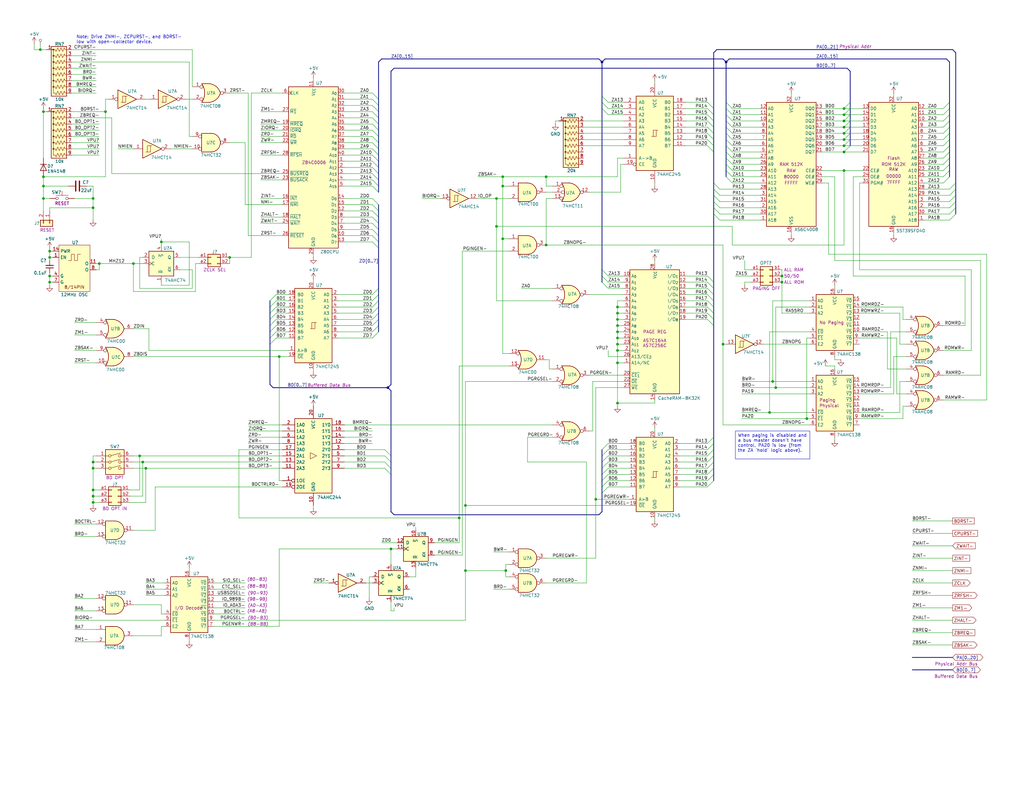
<source format=kicad_sch>
(kicad_sch (version 20250114) (generator "eeschema") (generator_version "9.0")
  (paper "User" 419.1 323.85)
  (title_block (title "Z80, Clk, Rst, Decode, Mem") (date "2025-10-08") (rev "PR4") (company "SilkyDESIGN") (comment 1 "Copyright 2025 AESilky & SMcCown"))
  (lib_symbols
    (symbol "74xx:74AHCT244"
      (property "Reference" "U" (at -7.62 16.51 0))
      (property "Value" "74AHCT244" (at -7.62 -16.51 0))
      (symbol "74AHCT244_1_0"
        (pin input line (at -12.7 12.7 0) (length 5.08) (name "1A0") (number "2"))
        (pin input line (at -12.7 10.16 0) (length 5.08) (name "1A1") (number "4"))
        (pin input line (at -12.7 7.62 0) (length 5.08) (name "1A2") (number "6"))
        (pin input line (at -12.7 5.08 0) (length 5.08) (name "1A3") (number "8"))
        (pin input line (at -12.7 2.54 0) (length 5.08) (name "2A0") (number "17"))
        (pin input line (at -12.7 0 0) (length 5.08) (name "2A1") (number "15"))
        (pin input line (at -12.7 -2.54 0) (length 5.08) (name "2A2") (number "13"))
        (pin input line (at -12.7 -5.08 0) (length 5.08) (name "2A3") (number "11"))
        (pin input inverted (at -12.7 -10.16 0) (length 5.08) (name "1OE") (number "1"))
        (pin input inverted (at -12.7 -12.7 0) (length 5.08) (name "2OE") (number "19"))
        (pin power_in line (at 0 20.32 270) (length 5.08) (name "VCC") (number "20"))
        (pin power_in line (at 0 -20.32 90) (length 5.08) (name "GND") (number "10"))
        (pin tri_state line (at 12.7 12.7 180) (length 5.08) (name "1Y0") (number "18"))
        (pin tri_state line (at 12.7 10.16 180) (length 5.08) (name "1Y1") (number "16"))
        (pin tri_state line (at 12.7 7.62 180) (length 5.08) (name "1Y2") (number "14"))
        (pin tri_state line (at 12.7 5.08 180) (length 5.08) (name "1Y3") (number "12"))
        (pin tri_state line (at 12.7 2.54 180) (length 5.08) (name "2Y0") (number "3"))
        (pin tri_state line (at 12.7 0 180) (length 5.08) (name "2Y1") (number "5"))
        (pin tri_state line (at 12.7 -2.54 180) (length 5.08) (name "2Y2") (number "7"))
        (pin tri_state line (at 12.7 -5.08 180) (length 5.08) (name "2Y3") (number "9"))
      )
    )
    (symbol "74xx:74HC00" (pin_names (offset 1.016))
      (property "Reference" "U" (at 0 1.27 0))
      (property "Value" "74HC00" (at 0 -1.27 0))
      (symbol "74HC00_1_1"
        (pin input line (at -7.62 2.54 0) (length 3.81) (name "~") (number "1"))
        (pin input line (at -7.62 -2.54 0) (length 3.81) (name "~") (number "2"))
        (pin output inverted (at 7.62 0 180) (length 3.81) (name "~") (number "3"))
      )
      (symbol "74HC00_1_2"
        (pin input inverted (at -7.62 2.54 0) (length 4.318) (name "~") (number "1"))
        (pin input inverted (at -7.62 -2.54 0) (length 4.318) (name "~") (number "2"))
        (pin output line (at 7.62 0 180) (length 3.81) (name "~") (number "3"))
      )
      (symbol "74HC00_2_1"
        (pin input line (at -7.62 2.54 0) (length 3.81) (name "~") (number "4"))
        (pin input line (at -7.62 -2.54 0) (length 3.81) (name "~") (number "5"))
        (pin output inverted (at 7.62 0 180) (length 3.81) (name "~") (number "6"))
      )
      (symbol "74HC00_2_2"
        (pin input inverted (at -7.62 2.54 0) (length 4.318) (name "~") (number "4"))
        (pin input inverted (at -7.62 -2.54 0) (length 4.318) (name "~") (number "5"))
        (pin output line (at 7.62 0 180) (length 3.81) (name "~") (number "6"))
      )
      (symbol "74HC00_3_1"
        (pin input line (at -7.62 2.54 0) (length 3.81) (name "~") (number "9"))
        (pin input line (at -7.62 -2.54 0) (length 3.81) (name "~") (number "10"))
        (pin output inverted (at 7.62 0 180) (length 3.81) (name "~") (number "8"))
      )
      (symbol "74HC00_3_2"
        (pin input inverted (at -7.62 2.54 0) (length 4.318) (name "~") (number "9"))
        (pin input inverted (at -7.62 -2.54 0) (length 4.318) (name "~") (number "10"))
        (pin output line (at 7.62 0 180) (length 3.81) (name "~") (number "8"))
      )
      (symbol "74HC00_4_1"
        (pin input line (at -7.62 2.54 0) (length 3.81) (name "~") (number "12"))
        (pin input line (at -7.62 -2.54 0) (length 3.81) (name "~") (number "13"))
        (pin output inverted (at 7.62 0 180) (length 3.81) (name "~") (number "11"))
      )
      (symbol "74HC00_4_2"
        (pin input inverted (at -7.62 2.54 0) (length 4.318) (name "~") (number "12"))
        (pin input inverted (at -7.62 -2.54 0) (length 4.318) (name "~") (number "13"))
        (pin output line (at 7.62 0 180) (length 3.81) (name "~") (number "11"))
      )
      (symbol "74HC00_5_0"
        (pin power_in line (at 0 12.7 270) (length 5.08) (name "VCC") (number "14"))
        (pin power_in line (at 0 -12.7 90) (length 5.08) (name "GND") (number "7"))
      )
    )
    (symbol "74xx:74HC138"
      (property "Reference" "U" (at -7.62 13.97 0))
      (property "Value" "74HC138" (at 2.54 -11.43 0))
      (symbol "74HC138_1_1"
        (pin input line (at -10.16 10.16 0) (length 2.54) (name "A0") (number "1"))
        (pin input line (at -10.16 7.62 0) (length 2.54) (name "A1") (number "2"))
        (pin input line (at -10.16 5.08 0) (length 2.54) (name "A2") (number "3"))
        (pin input line (at -10.16 -2.54 0) (length 2.54) (name "~{E0}") (number "4"))
        (pin input line (at -10.16 -5.08 0) (length 2.54) (name "~{E1}") (number "5"))
        (pin input line (at -10.16 -7.62 0) (length 2.54) (name "E2") (number "6"))
        (pin power_in line (at 0 15.24 270) (length 2.54) (name "VCC") (number "16"))
        (pin power_in line (at 0 -12.7 90) (length 2.54) (name "GND") (number "8"))
        (pin output line (at 10.16 10.16 180) (length 2.54) (name "~{Y0}") (number "15"))
        (pin output line (at 10.16 7.62 180) (length 2.54) (name "~{Y1}") (number "14"))
        (pin output line (at 10.16 5.08 180) (length 2.54) (name "~{Y2}") (number "13"))
        (pin output line (at 10.16 2.54 180) (length 2.54) (name "~{Y3}") (number "12"))
        (pin output line (at 10.16 0 180) (length 2.54) (name "~{Y4}") (number "11"))
        (pin output line (at 10.16 -2.54 180) (length 2.54) (name "~{Y5}") (number "10"))
        (pin output line (at 10.16 -5.08 180) (length 2.54) (name "~{Y6}") (number "9"))
        (pin output line (at 10.16 -7.62 180) (length 2.54) (name "~{Y7}") (number "7"))
      )
    )
    (symbol "74xx:74HC74" (pin_names (offset 1.016))
      (property "Reference" "U" (at -7.62 8.89 0))
      (property "Value" "74HC74" (at -7.62 -8.89 0))
      (symbol "74HC74_1_0"
        (pin input line (at -7.62 2.54 0) (length 2.54) (name "D") (number "2"))
        (pin input clock (at -7.62 0 0) (length 2.54) (name "C") (number "3"))
        (pin input line (at 0 7.62 270) (length 2.54) (name "~{S}") (number "4"))
        (pin input line (at 0 -7.62 90) (length 2.54) (name "~{R}") (number "1"))
        (pin output line (at 7.62 2.54 180) (length 2.54) (name "Q") (number "5"))
        (pin output line (at 7.62 -2.54 180) (length 2.54) (name "~{Q}") (number "6"))
      )
      (symbol "74HC74_2_0"
        (pin input line (at -7.62 2.54 0) (length 2.54) (name "D") (number "12"))
        (pin input clock (at -7.62 0 0) (length 2.54) (name "C") (number "11"))
        (pin input line (at 0 7.62 270) (length 2.54) (name "~{S}") (number "10"))
        (pin input line (at 0 -7.62 90) (length 2.54) (name "~{R}") (number "13"))
        (pin output line (at 7.62 2.54 180) (length 2.54) (name "Q") (number "9"))
        (pin output line (at 7.62 -2.54 180) (length 2.54) (name "~{Q}") (number "8"))
      )
      (symbol "74HC74_3_0"
        (pin power_in line (at 0 10.16 270) (length 2.54) (name "VCC") (number "14"))
        (pin power_in line (at 0 -10.16 90) (length 2.54) (name "GND") (number "7"))
      )
    )
    (symbol "74xx:74LS08" (pin_names (offset 1.016))
      (property "Reference" "U" (at 0 1.27 0))
      (property "Value" "74LS08" (at 0 -1.27 0))
      (symbol "74LS08_1_1"
        (pin input line (at -7.62 2.54 0) (length 3.81) (name "~") (number "1"))
        (pin input line (at -7.62 -2.54 0) (length 3.81) (name "~") (number "2"))
        (pin output line (at 7.62 0 180) (length 3.81) (name "~") (number "3"))
      )
      (symbol "74LS08_1_2"
        (pin input inverted (at -7.62 2.54 0) (length 4.318) (name "~") (number "1"))
        (pin input inverted (at -7.62 -2.54 0) (length 4.318) (name "~") (number "2"))
        (pin output inverted (at 7.62 0 180) (length 3.81) (name "~") (number "3"))
      )
      (symbol "74LS08_2_1"
        (pin input line (at -7.62 2.54 0) (length 3.81) (name "~") (number "4"))
        (pin input line (at -7.62 -2.54 0) (length 3.81) (name "~") (number "5"))
        (pin output line (at 7.62 0 180) (length 3.81) (name "~") (number "6"))
      )
      (symbol "74LS08_2_2"
        (pin input inverted (at -7.62 2.54 0) (length 4.318) (name "~") (number "4"))
        (pin input inverted (at -7.62 -2.54 0) (length 4.318) (name "~") (number "5"))
        (pin output inverted (at 7.62 0 180) (length 3.81) (name "~") (number "6"))
      )
      (symbol "74LS08_3_1"
        (pin input line (at -7.62 2.54 0) (length 3.81) (name "~") (number "9"))
        (pin input line (at -7.62 -2.54 0) (length 3.81) (name "~") (number "10"))
        (pin output line (at 7.62 0 180) (length 3.81) (name "~") (number "8"))
      )
      (symbol "74LS08_3_2"
        (pin input inverted (at -7.62 2.54 0) (length 4.318) (name "~") (number "9"))
        (pin input inverted (at -7.62 -2.54 0) (length 4.318) (name "~") (number "10"))
        (pin output inverted (at 7.62 0 180) (length 3.81) (name "~") (number "8"))
      )
      (symbol "74LS08_4_1"
        (pin input line (at -7.62 2.54 0) (length 3.81) (name "~") (number "12"))
        (pin input line (at -7.62 -2.54 0) (length 3.81) (name "~") (number "13"))
        (pin output line (at 7.62 0 180) (length 3.81) (name "~") (number "11"))
      )
      (symbol "74LS08_4_2"
        (pin input inverted (at -7.62 2.54 0) (length 4.318) (name "~") (number "12"))
        (pin input inverted (at -7.62 -2.54 0) (length 4.318) (name "~") (number "13"))
        (pin output inverted (at 7.62 0 180) (length 3.81) (name "~") (number "11"))
      )
      (symbol "74LS08_5_0"
        (pin power_in line (at 0 12.7 270) (length 5.08) (name "VCC") (number "14"))
        (pin power_in line (at 0 -12.7 90) (length 5.08) (name "GND") (number "7"))
      )
    )
    (symbol "74xx:74LS11" (pin_names (offset 1.016))
      (property "Reference" "U" (at 0 1.27 0))
      (property "Value" "74LS11" (at 0 -1.27 0))
      (symbol "74LS11_1_1"
        (pin input line (at -7.62 2.54 0) (length 3.81) (name "~") (number "1"))
        (pin input line (at -7.62 0 0) (length 3.81) (name "~") (number "2"))
        (pin input line (at -7.62 -2.54 0) (length 3.81) (name "~") (number "13"))
        (pin output line (at 7.62 0 180) (length 3.81) (name "~") (number "12"))
      )
      (symbol "74LS11_1_2"
        (pin input inverted (at -7.62 2.54 0) (length 4.318) (name "~") (number "1"))
        (pin input inverted (at -7.62 0 0) (length 4.953) (name "~") (number "2"))
        (pin input inverted (at -7.62 -2.54 0) (length 4.318) (name "~") (number "13"))
        (pin output inverted (at 7.62 0 180) (length 3.81) (name "~") (number "12"))
      )
      (symbol "74LS11_2_1"
        (pin input line (at -7.62 2.54 0) (length 3.81) (name "~") (number "3"))
        (pin input line (at -7.62 0 0) (length 3.81) (name "~") (number "4"))
        (pin input line (at -7.62 -2.54 0) (length 3.81) (name "~") (number "5"))
        (pin output line (at 7.62 0 180) (length 3.81) (name "~") (number "6"))
      )
      (symbol "74LS11_2_2"
        (pin input inverted (at -7.62 2.54 0) (length 4.318) (name "~") (number "3"))
        (pin input inverted (at -7.62 0 0) (length 4.953) (name "~") (number "4"))
        (pin input inverted (at -7.62 -2.54 0) (length 4.318) (name "~") (number "5"))
        (pin output inverted (at 7.62 0 180) (length 3.81) (name "~") (number "6"))
      )
      (symbol "74LS11_3_1"
        (pin input line (at -7.62 2.54 0) (length 3.81) (name "~") (number "9"))
        (pin input line (at -7.62 0 0) (length 3.81) (name "~") (number "10"))
        (pin input line (at -7.62 -2.54 0) (length 3.81) (name "~") (number "11"))
        (pin output line (at 7.62 0 180) (length 3.81) (name "~") (number "8"))
      )
      (symbol "74LS11_3_2"
        (pin input inverted (at -7.62 2.54 0) (length 4.318) (name "~") (number "9"))
        (pin input inverted (at -7.62 0 0) (length 4.953) (name "~") (number "10"))
        (pin input inverted (at -7.62 -2.54 0) (length 4.318) (name "~") (number "11"))
        (pin output inverted (at 7.62 0 180) (length 3.81) (name "~") (number "8"))
      )
      (symbol "74LS11_4_0"
        (pin power_in line (at 0 12.7 270) (length 5.08) (name "VCC") (number "14"))
        (pin power_in line (at 0 -12.7 90) (length 5.08) (name "GND") (number "7"))
      )
    )
    (symbol "74xx:74LS245" (pin_names (offset 1.016))
      (property "Reference" "U" (at -7.62 16.51 0))
      (property "Value" "74LS245" (at -7.62 -16.51 0))
      (symbol "74LS245_1_0"
        (pin tri_state line (at -12.7 12.7 0) (length 5.08) (name "A0") (number "2"))
        (pin tri_state line (at -12.7 10.16 0) (length 5.08) (name "A1") (number "3"))
        (pin tri_state line (at -12.7 7.62 0) (length 5.08) (name "A2") (number "4"))
        (pin tri_state line (at -12.7 5.08 0) (length 5.08) (name "A3") (number "5"))
        (pin tri_state line (at -12.7 2.54 0) (length 5.08) (name "A4") (number "6"))
        (pin tri_state line (at -12.7 0 0) (length 5.08) (name "A5") (number "7"))
        (pin tri_state line (at -12.7 -2.54 0) (length 5.08) (name "A6") (number "8"))
        (pin tri_state line (at -12.7 -5.08 0) (length 5.08) (name "A7") (number "9"))
        (pin input line (at -12.7 -10.16 0) (length 5.08) (name "A->B") (number "1"))
        (pin input inverted (at -12.7 -12.7 0) (length 5.08) (name "CE") (number "19"))
        (pin power_in line (at 0 20.32 270) (length 5.08) (name "VCC") (number "20"))
        (pin power_in line (at 0 -20.32 90) (length 5.08) (name "GND") (number "10"))
        (pin tri_state line (at 12.7 12.7 180) (length 5.08) (name "B0") (number "18"))
        (pin tri_state line (at 12.7 10.16 180) (length 5.08) (name "B1") (number "17"))
        (pin tri_state line (at 12.7 7.62 180) (length 5.08) (name "B2") (number "16"))
        (pin tri_state line (at 12.7 5.08 180) (length 5.08) (name "B3") (number "15"))
        (pin tri_state line (at 12.7 2.54 180) (length 5.08) (name "B4") (number "14"))
        (pin tri_state line (at 12.7 0 180) (length 5.08) (name "B5") (number "13"))
        (pin tri_state line (at 12.7 -2.54 180) (length 5.08) (name "B6") (number "12"))
        (pin tri_state line (at 12.7 -5.08 180) (length 5.08) (name "B7") (number "11"))
      )
    )
    (symbol "74xx:74LS32" (pin_names (offset 1.016))
      (property "Reference" "U" (at 0 1.27 0))
      (property "Value" "74LS32" (at 0 -1.27 0))
      (symbol "74LS32_1_1"
        (pin input line (at -7.62 2.54 0) (length 4.318) (name "~") (number "1"))
        (pin input line (at -7.62 -2.54 0) (length 4.318) (name "~") (number "2"))
        (pin output line (at 7.62 0 180) (length 3.81) (name "~") (number "3"))
      )
      (symbol "74LS32_1_2"
        (pin input inverted (at -7.62 2.54 0) (length 3.81) (name "~") (number "1"))
        (pin input inverted (at -7.62 -2.54 0) (length 3.81) (name "~") (number "2"))
        (pin output inverted (at 7.62 0 180) (length 3.81) (name "~") (number "3"))
      )
      (symbol "74LS32_2_1"
        (pin input line (at -7.62 2.54 0) (length 4.318) (name "~") (number "4"))
        (pin input line (at -7.62 -2.54 0) (length 4.318) (name "~") (number "5"))
        (pin output line (at 7.62 0 180) (length 3.81) (name "~") (number "6"))
      )
      (symbol "74LS32_2_2"
        (pin input inverted (at -7.62 2.54 0) (length 3.81) (name "~") (number "4"))
        (pin input inverted (at -7.62 -2.54 0) (length 3.81) (name "~") (number "5"))
        (pin output inverted (at 7.62 0 180) (length 3.81) (name "~") (number "6"))
      )
      (symbol "74LS32_3_1"
        (pin input line (at -7.62 2.54 0) (length 4.318) (name "~") (number "9"))
        (pin input line (at -7.62 -2.54 0) (length 4.318) (name "~") (number "10"))
        (pin output line (at 7.62 0 180) (length 3.81) (name "~") (number "8"))
      )
      (symbol "74LS32_3_2"
        (pin input inverted (at -7.62 2.54 0) (length 3.81) (name "~") (number "9"))
        (pin input inverted (at -7.62 -2.54 0) (length 3.81) (name "~") (number "10"))
        (pin output inverted (at 7.62 0 180) (length 3.81) (name "~") (number "8"))
      )
      (symbol "74LS32_4_1"
        (pin input line (at -7.62 2.54 0) (length 4.318) (name "~") (number "12"))
        (pin input line (at -7.62 -2.54 0) (length 4.318) (name "~") (number "13"))
        (pin output line (at 7.62 0 180) (length 3.81) (name "~") (number "11"))
      )
      (symbol "74LS32_4_2"
        (pin input inverted (at -7.62 2.54 0) (length 3.81) (name "~") (number "12"))
        (pin input inverted (at -7.62 -2.54 0) (length 3.81) (name "~") (number "13"))
        (pin output inverted (at 7.62 0 180) (length 3.81) (name "~") (number "11"))
      )
      (symbol "74LS32_5_0"
        (pin power_in line (at 0 12.7 270) (length 5.08) (name "VCC") (number "14"))
        (pin power_in line (at 0 -12.7 90) (length 5.08) (name "GND") (number "7"))
      )
    )
    (symbol "AES_Library:74HC14-AES" (pin_names (offset 1.016) (hide yes))
      (property "Reference" "U" (at 0 1.27 0))
      (property "Value" "74HC14-AES" (at 0 -1.27 0))
      (symbol "74HC14-AES_1_1"
        (pin input line (at -7.62 0 0) (length 3.81) (name "~") (number "1"))
        (pin output inverted (at 7.62 0 180) (length 3.81) (name "~") (number "2"))
      )
      (symbol "74HC14-AES_1_2"
        (pin input inverted (at -7.62 0 0) (length 3.81) (name "~") (number "1"))
        (pin output line (at 7.62 0 180) (length 3.81) (name "~") (number "2"))
      )
      (symbol "74HC14-AES_2_1"
        (pin input line (at -7.62 0 0) (length 3.81) (name "~") (number "3"))
        (pin output inverted (at 7.62 0 180) (length 3.81) (name "~") (number "4"))
      )
      (symbol "74HC14-AES_2_2"
        (pin input inverted (at -7.62 0 0) (length 3.81) (name "~") (number "3"))
        (pin output line (at 7.62 0 180) (length 3.81) (name "~") (number "4"))
      )
      (symbol "74HC14-AES_3_1"
        (pin input line (at -7.62 0 0) (length 3.81) (name "~") (number "5"))
        (pin output inverted (at 7.62 0 180) (length 3.81) (name "~") (number "6"))
      )
      (symbol "74HC14-AES_3_2"
        (pin input inverted (at -7.62 0 0) (length 3.81) (name "~") (number "5"))
        (pin output line (at 7.62 0 180) (length 3.81) (name "~") (number "6"))
      )
      (symbol "74HC14-AES_4_1"
        (pin input line (at -7.62 0 0) (length 3.81) (name "~") (number "9"))
        (pin output inverted (at 7.62 0 180) (length 3.81) (name "~") (number "8"))
      )
      (symbol "74HC14-AES_4_2"
        (pin input inverted (at -7.62 0 0) (length 3.81) (name "~") (number "9"))
        (pin output line (at 7.62 0 180) (length 3.81) (name "~") (number "8"))
      )
      (symbol "74HC14-AES_5_1"
        (pin input line (at -7.62 0 0) (length 3.81) (name "~") (number "11"))
        (pin output inverted (at 7.62 0 180) (length 3.81) (name "~") (number "10"))
      )
      (symbol "74HC14-AES_5_2"
        (pin input inverted (at -7.62 0 0) (length 3.81) (name "~") (number "11"))
        (pin output line (at 7.62 0 180) (length 3.81) (name "~") (number "10"))
      )
      (symbol "74HC14-AES_6_1"
        (pin input line (at -7.62 0 0) (length 3.81) (name "~") (number "13"))
        (pin output inverted (at 7.62 0 180) (length 3.81) (name "~") (number "12"))
      )
      (symbol "74HC14-AES_6_2"
        (pin input inverted (at -7.62 0 0) (length 3.81) (name "~") (number "13"))
        (pin output line (at 7.62 0 180) (length 3.81) (name "~") (number "12"))
      )
      (symbol "74HC14-AES_7_0"
        (pin power_in line (at 0 12.7 270) (length 5.08) (name "VCC") (number "14"))
        (pin power_in line (at 0 -12.7 90) (length 5.08) (name "GND") (number "7"))
      )
    )
    (symbol "AES_Library:74HC245_BA-AES" (pin_names (offset 1.016))
      (property "Reference" "U" (at 1.524 16.51 0))
      (property "Value" "74HC245_BA-AES" (at 8.636 -16.51 0))
      (symbol "74HC245_BA-AES_1_0"
        (pin tri_state line (at -10.16 12.7 0) (length 2.54) (name "B0") (number "18"))
        (pin tri_state line (at -10.16 10.16 0) (length 2.54) (name "B1") (number "17"))
        (pin tri_state line (at -10.16 7.62 0) (length 2.54) (name "B2") (number "16"))
        (pin tri_state line (at -10.16 5.08 0) (length 2.54) (name "B3") (number "15"))
        (pin tri_state line (at -10.16 2.54 0) (length 2.54) (name "B4") (number "14"))
        (pin tri_state line (at -10.16 0 0) (length 2.54) (name "B5") (number "13"))
        (pin tri_state line (at -10.16 -2.54 0) (length 2.54) (name "B6") (number "12"))
        (pin tri_state line (at -10.16 -5.08 0) (length 2.54) (name "B7") (number "11"))
        (pin input line (at -10.16 -10.16 0) (length 2.54) (name "A>B") (number "1"))
        (pin input line (at -10.16 -12.7 0) (length 2.54) (name "~{OE}") (number "19"))
        (pin power_in line (at 0 17.78 270) (length 2.54) (name "VCC") (number "20"))
        (pin power_in line (at 0 -17.78 90) (length 2.54) (name "GND") (number "10"))
        (pin tri_state line (at 10.16 12.7 180) (length 2.54) (name "A0") (number "2"))
        (pin tri_state line (at 10.16 10.16 180) (length 2.54) (name "A1") (number "3"))
        (pin tri_state line (at 10.16 7.62 180) (length 2.54) (name "A2") (number "4"))
        (pin tri_state line (at 10.16 5.08 180) (length 2.54) (name "A3") (number "5"))
        (pin tri_state line (at 10.16 2.54 180) (length 2.54) (name "A4") (number "6"))
        (pin tri_state line (at 10.16 0 180) (length 2.54) (name "A5") (number "7"))
        (pin tri_state line (at 10.16 -2.54 180) (length 2.54) (name "A6") (number "8"))
        (pin tri_state line (at 10.16 -5.08 180) (length 2.54) (name "A7") (number "9"))
      )
    )
    (symbol "AES_Library:Flash-SST39SF0n0-AES"
      (property "Reference" "U" (at 1.016 34.29 0))
      (property "Value" "Flash-SST39SF0n0-AES" (at 0.762 -19.05 0))
      (symbol "Flash-SST39SF0n0-AES_0_0"
        (pin power_in line (at 0 35.56 270) (length 2.54) (name "VCC") (number "32"))
        (pin power_in line (at 0 -20.32 90) (length 2.54) (name "GND") (number "16"))
      )
      (symbol "Flash-SST39SF0n0-AES_1_1"
        (pin input line (at -12.7 30.48 0) (length 2.54) (name "A0") (number "12"))
        (pin input line (at -12.7 27.94 0) (length 2.54) (name "A1") (number "11"))
        (pin input line (at -12.7 25.4 0) (length 2.54) (name "A2") (number "10"))
        (pin input line (at -12.7 22.86 0) (length 2.54) (name "A3") (number "9"))
        (pin input line (at -12.7 20.32 0) (length 2.54) (name "A4") (number "8"))
        (pin input line (at -12.7 17.78 0) (length 2.54) (name "A5") (number "7"))
        (pin input line (at -12.7 15.24 0) (length 2.54) (name "A6") (number "6"))
        (pin input line (at -12.7 12.7 0) (length 2.54) (name "A7") (number "5"))
        (pin input line (at -12.7 10.16 0) (length 2.54) (name "A8") (number "27"))
        (pin input line (at -12.7 7.62 0) (length 2.54) (name "A9") (number "26"))
        (pin input line (at -12.7 5.08 0) (length 2.54) (name "A10") (number "23"))
        (pin input line (at -12.7 2.54 0) (length 2.54) (name "A11") (number "25"))
        (pin input line (at -12.7 0 0) (length 2.54) (name "A12") (number "4"))
        (pin input line (at -12.7 -2.54 0) (length 2.54) (name "A13") (number "28"))
        (pin input line (at -12.7 -5.08 0) (length 2.54) (name "A14") (number "29"))
        (pin input line (at -12.7 -7.62 0) (length 2.54) (name "A15") (number "3"))
        (pin input line (at -12.7 -10.16 0) (length 2.54) (name "A16") (number "2"))
        (pin input line (at -12.7 -12.7 0) (length 2.54) (name "A17") (number "30"))
        (pin input line (at -12.7 -15.24 0) (length 2.54) (name "A18") (number "1"))
        (pin tri_state line (at 12.7 30.48 180) (length 2.54) (name "D0") (number "13"))
        (pin tri_state line (at 12.7 27.94 180) (length 2.54) (name "D1") (number "14"))
        (pin tri_state line (at 12.7 25.4 180) (length 2.54) (name "D2") (number "15"))
        (pin tri_state line (at 12.7 22.86 180) (length 2.54) (name "D3") (number "17"))
        (pin tri_state line (at 12.7 20.32 180) (length 2.54) (name "D4") (number "18"))
        (pin tri_state line (at 12.7 17.78 180) (length 2.54) (name "D5") (number "19"))
        (pin tri_state line (at 12.7 15.24 180) (length 2.54) (name "D6") (number "20"))
        (pin tri_state line (at 12.7 12.7 180) (length 2.54) (name "D7") (number "21"))
        (pin input line (at 12.7 5.08 180) (length 2.54) (name "CE#") (number "22"))
        (pin input line (at 12.7 2.54 180) (length 2.54) (name "OE#") (number "24"))
        (pin input line (at 12.7 0 180) (length 2.54) (name "PGM#") (number "31"))
      )
    )
    (symbol "AES_Library:OSC-8_14CAN-AES"
      (property "Reference" "U" (at 0 7.112 0))
      (symbol "OSC-8_14CAN-AES_1_1"
        (text "8/14PIN" (at 0 -8.382 0) (effects (font (size 1.27 1.27))))
        (pin power_in line (at -8.89 6.35 0) (length 2.54) (name "PWR") (number "14"))
        (pin input line (at -8.89 3.81 0) (length 2.54) (name "EN") (number "1"))
        (pin power_in line (at -8.89 -3.81 0) (length 2.54) (name "G") (number "4"))
        (pin power_in line (at -8.89 -6.35 0) (length 2.54) (name "G") (number "7"))
        (pin output line (at 8.89 1.27 180) (length 2.54) (name "O") (number "11"))
        (pin output line (at 8.89 -1.27 180) (length 2.54) (name "O") (number "8"))
      )
    )
    (symbol "AES_Library:SRAM-Cache-8K_32K-EAS"
      (property "Reference" "U" (at -10.16 26.035 0))
      (property "Value" "CacheRAM-8K32K-EAS" (at 2.54 26.035 0))
      (symbol "SRAM-Cache-8K_32K-EAS_0_0"
        (pin power_in line (at 0 -27.94 90) (length 2.54) (name "GND") (number "14"))
      )
      (symbol "SRAM-Cache-8K_32K-EAS_1_0"
        (pin power_in line (at 0 27.94 270) (length 2.54) (name "V_{CC}") (number "28"))
      )
      (symbol "SRAM-Cache-8K_32K-EAS_1_1"
        (pin input line (at -12.7 22.86 0) (length 2.54) (name "A_{0}") (number "10"))
        (pin input line (at -12.7 20.32 0) (length 2.54) (name "A_{1}") (number "9"))
        (pin input line (at -12.7 17.78 0) (length 2.54) (name "A_{2}") (number "8"))
        (pin input line (at -12.7 15.24 0) (length 2.54) (name "A_{3}") (number "7"))
        (pin input line (at -12.7 12.7 0) (length 2.54) (name "A_{4}") (number "6"))
        (pin input line (at -12.7 10.16 0) (length 2.54) (name "A_{5}") (number "5"))
        (pin input line (at -12.7 7.62 0) (length 2.54) (name "A_{6}") (number "4"))
        (pin input line (at -12.7 5.08 0) (length 2.54) (name "A_{7}") (number "3"))
        (pin input line (at -12.7 2.54 0) (length 2.54) (name "A_{8}") (number "25"))
        (pin input line (at -12.7 0 0) (length 2.54) (name "A_{9}") (number "24"))
        (pin input line (at -12.7 -2.54 0) (length 2.54) (name "A_{10}") (number "21"))
        (pin input line (at -12.7 -5.08 0) (length 2.54) (name "A_{11}") (number "23"))
        (pin input line (at -12.7 -7.62 0) (length 2.54) (name "A_{12}") (number "2"))
        (pin input line (at -12.7 -10.16 0) (length 2.54) (name "A13/CE_{2}") (number "26"))
        (pin input line (at -12.7 -12.7 0) (length 2.54) (name "A14/NC") (number "1"))
        (pin input line (at -12.7 -17.78 0) (length 2.54) (name "~{CE_{1}}") (number "20"))
        (pin input line (at -12.7 -20.32 0) (length 2.54) (name "~{OE}") (number "22"))
        (pin input line (at -12.7 -22.86 0) (length 2.54) (name "~{WE}") (number "27"))
        (pin tri_state line (at 12.7 22.86 180) (length 2.54) (name "I/O_{1}") (number "11"))
        (pin tri_state line (at 12.7 20.32 180) (length 2.54) (name "I/O_{2}") (number "12"))
        (pin tri_state line (at 12.7 17.78 180) (length 2.54) (name "I/O_{3}") (number "13"))
        (pin tri_state line (at 12.7 15.24 180) (length 2.54) (name "I/O_{4}") (number "15"))
        (pin tri_state line (at 12.7 12.7 180) (length 2.54) (name "I/O_{5}") (number "16"))
        (pin tri_state line (at 12.7 10.16 180) (length 2.54) (name "I/O_{6}") (number "17"))
        (pin tri_state line (at 12.7 7.62 180) (length 2.54) (name "I/O_{7}") (number "18"))
        (pin tri_state line (at 12.7 5.08 180) (length 2.54) (name "I/O_{8}") (number "19"))
      )
    )
    (symbol "CPU:Z84C00xxP"
      (property "Reference" "U" (at -9.652 34.798 0))
      (property "Value" "Z84C00xxP" (at 3.81 34.798 0))
      (symbol "Z84C00xxP_1_1"
        (pin input clock (at -12.7 30.48 0) (length 2.54) (name "CLK") (number "6"))
        (pin output line (at -12.7 22.86 0) (length 2.54) (name "~{M1}") (number "27"))
        (pin tri_state line (at -12.7 17.78 0) (length 2.54) (name "~{MREQ}") (number "19"))
        (pin tri_state line (at -12.7 15.24 0) (length 2.54) (name "~{IORQ}") (number "20"))
        (pin tri_state line (at -12.7 12.7 0) (length 2.54) (name "~{RD}") (number "21"))
        (pin tri_state line (at -12.7 10.16 0) (length 2.54) (name "~{WR}") (number "22"))
        (pin output line (at -12.7 5.08 0) (length 2.54) (name "~{RFSH}") (number "28"))
        (pin input line (at -12.7 -2.54 0) (length 2.54) (name "~{BUSREQ}") (number "25"))
        (pin output line (at -12.7 -5.08 0) (length 2.54) (name "~{BUSACK}") (number "23"))
        (pin input line (at -12.7 -12.7 0) (length 2.54) (name "~{INT}") (number "16"))
        (pin input line (at -12.7 -15.24 0) (length 2.54) (name "~{NMI}") (number "17"))
        (pin output line (at -12.7 -20.32 0) (length 2.54) (name "~{HALT}") (number "18"))
        (pin input line (at -12.7 -22.86 0) (length 2.54) (name "~{WAIT}") (number "24"))
        (pin input line (at -12.7 -27.94 0) (length 2.54) (name "~{RESET}") (number "26"))
        (pin power_in line (at 0 35.56 270) (length 2.54) (name "V_{CC}") (number "11"))
        (pin power_in line (at 0 -35.56 90) (length 2.54) (name "GND") (number "29"))
        (pin tri_state line (at 12.7 30.48 180) (length 2.54) (name "A_{0}") (number "30"))
        (pin tri_state line (at 12.7 27.94 180) (length 2.54) (name "A_{1}") (number "31"))
        (pin tri_state line (at 12.7 25.4 180) (length 2.54) (name "A_{2}") (number "32"))
        (pin tri_state line (at 12.7 22.86 180) (length 2.54) (name "A_{3}") (number "33"))
        (pin tri_state line (at 12.7 20.32 180) (length 2.54) (name "A_{4}") (number "34"))
        (pin tri_state line (at 12.7 17.78 180) (length 2.54) (name "A_{5}") (number "35"))
        (pin tri_state line (at 12.7 15.24 180) (length 2.54) (name "A_{6}") (number "36"))
        (pin tri_state line (at 12.7 12.7 180) (length 2.54) (name "A_{7}") (number "37"))
        (pin tri_state line (at 12.7 10.16 180) (length 2.54) (name "A_{8}") (number "38"))
        (pin tri_state line (at 12.7 7.62 180) (length 2.54) (name "A_{9}") (number "39"))
        (pin tri_state line (at 12.7 5.08 180) (length 2.54) (name "A_{10}") (number "40"))
        (pin tri_state line (at 12.7 2.54 180) (length 2.54) (name "A_{11}") (number "1"))
        (pin tri_state line (at 12.7 0 180) (length 2.54) (name "A_{12}") (number "2"))
        (pin tri_state line (at 12.7 -2.54 180) (length 2.54) (name "A_{13}") (number "3"))
        (pin tri_state line (at 12.7 -5.08 180) (length 2.54) (name "A_{14}") (number "4"))
        (pin tri_state line (at 12.7 -7.62 180) (length 2.54) (name "A_{15}") (number "5"))
        (pin bidirectional line (at 12.7 -12.7 180) (length 2.54) (name "D_{0}") (number "14"))
        (pin bidirectional line (at 12.7 -15.24 180) (length 2.54) (name "D_{1}") (number "15"))
        (pin bidirectional line (at 12.7 -17.78 180) (length 2.54) (name "D_{2}") (number "12"))
        (pin bidirectional line (at 12.7 -20.32 180) (length 2.54) (name "D_{3}") (number "8"))
        (pin bidirectional line (at 12.7 -22.86 180) (length 2.54) (name "D_{4}") (number "7"))
        (pin bidirectional line (at 12.7 -25.4 180) (length 2.54) (name "D_{5}") (number "9"))
        (pin bidirectional line (at 12.7 -27.94 180) (length 2.54) (name "D_{6}") (number "10"))
        (pin bidirectional line (at 12.7 -30.48 180) (length 2.54) (name "D_{7}") (number "13"))
      )
    )
    (symbol "Connector_Generic:Conn_01x02" (pin_names (offset 1.016) (hide yes))
      (property "Reference" "J" (at 0 2.54 0))
      (property "Value" "Conn_01x02" (at 0 -5.08 0))
      (symbol "Conn_01x02_1_1"
        (pin passive line (at -5.08 0 0) (length 3.81) (name "Pin_1") (number "1"))
        (pin passive line (at -5.08 -2.54 0) (length 3.81) (name "Pin_2") (number "2"))
      )
    )
    (symbol "Connector_Generic:Conn_02x02_Row_Letter_First" (pin_names (offset 1.016) (hide yes))
      (property "Reference" "J" (at 1.27 2.54 0))
      (property "Value" "Conn_02x02_Row_Letter_First" (at 1.27 -5.08 0))
      (symbol "Conn_02x02_Row_Letter_First_1_1"
        (pin passive line (at -5.08 0 0) (length 3.81) (name "Pin_a1") (number "a1"))
        (pin passive line (at -5.08 -2.54 0) (length 3.81) (name "Pin_a2") (number "a2"))
        (pin passive line (at 7.62 0 180) (length 3.81) (name "Pin_b1") (number "b1"))
        (pin passive line (at 7.62 -2.54 180) (length 3.81) (name "Pin_b2") (number "b2"))
      )
    )
    (symbol "Connector_Generic:Conn_02x03_Row_Letter_First" (pin_names (offset 1.016) (hide yes))
      (property "Reference" "J" (at 1.27 5.08 0))
      (property "Value" "Conn_02x03_Row_Letter_First" (at 1.27 -5.08 0))
      (symbol "Conn_02x03_Row_Letter_First_1_1"
        (pin passive line (at -5.08 2.54 0) (length 3.81) (name "Pin_a1") (number "a1"))
        (pin passive line (at -5.08 0 0) (length 3.81) (name "Pin_a2") (number "a2"))
        (pin passive line (at -5.08 -2.54 0) (length 3.81) (name "Pin_a3") (number "a3"))
        (pin passive line (at 7.62 2.54 180) (length 3.81) (name "Pin_b1") (number "b1"))
        (pin passive line (at 7.62 0 180) (length 3.81) (name "Pin_b2") (number "b2"))
        (pin passive line (at 7.62 -2.54 180) (length 3.81) (name "Pin_b3") (number "b3"))
      )
    )
    (symbol "Device:C" (pin_numbers (hide yes)) (pin_names (offset 0.254))
      (property "Reference" "C" (at 0.635 2.54 0))
      (property "Value" "C" (at 0.635 -2.54 0))
      (symbol "C_1_1"
        (pin passive line (at 0 3.81 270) (length 2.794) (name "~") (number "1"))
        (pin passive line (at 0 -3.81 90) (length 2.794) (name "~") (number "2"))
      )
    )
    (symbol "Device:C_Small" (pin_numbers (hide yes)) (pin_names (offset 0.254) (hide yes))
      (property "Reference" "C" (at 0.254 1.778 0))
      (property "Value" "C_Small" (at 0.254 -2.032 0))
      (symbol "C_Small_1_1"
        (pin passive line (at 0 2.54 270) (length 2.032) (name "~") (number "1"))
        (pin passive line (at 0 -2.54 90) (length 2.032) (name "~") (number "2"))
      )
    )
    (symbol "Device:R_Network08_US" (pin_names (offset 0) (hide yes))
      (property "Reference" "RN" (at -12.7 0 90))
      (property "Value" "R_Network08_US" (at 10.16 0 90))
      (symbol "R_Network08_US_1_1"
        (pin passive line (at -10.16 5.08 270) (length 2.54) (name "common") (number "1"))
        (pin passive line (at -10.16 -5.08 90) (length 1.27) (name "R1") (number "2"))
        (pin passive line (at -7.62 -5.08 90) (length 1.27) (name "R2") (number "3"))
        (pin passive line (at -5.08 -5.08 90) (length 1.27) (name "R3") (number "4"))
        (pin passive line (at -2.54 -5.08 90) (length 1.27) (name "R4") (number "5"))
        (pin passive line (at 0 -5.08 90) (length 1.27) (name "R5") (number "6"))
        (pin passive line (at 2.54 -5.08 90) (length 1.27) (name "R6") (number "7"))
        (pin passive line (at 5.08 -5.08 90) (length 1.27) (name "R7") (number "8"))
        (pin passive line (at 7.62 -5.08 90) (length 1.27) (name "R8") (number "9"))
      )
    )
    (symbol "Diode:1N4148" (pin_numbers (hide yes)) (pin_names (hide yes))
      (property "Reference" "D" (at 0 2.54 0))
      (property "Value" "1N4148" (at 0 -2.54 0))
      (symbol "1N4148_1_1"
        (pin passive line (at -3.81 0 0) (length 2.54) (name "K") (number "1"))
        (pin passive line (at 3.81 0 180) (length 2.54) (name "A") (number "2"))
      )
    )
    (symbol "Memory_RAM:AS6C4008-55PCN"
      (property "Reference" "U" (at -10.16 26.035 0))
      (property "Value" "AS6C4008-55PCN" (at 2.54 26.035 0))
      (symbol "AS6C4008-55PCN_0_0"
        (pin power_in line (at 0 27.94 270) (length 2.54) (name "VCC") (number "32"))
        (pin power_in line (at 0 -27.94 90) (length 2.54) (name "VSS") (number "16"))
      )
      (symbol "AS6C4008-55PCN_1_1"
        (pin input line (at -12.7 22.86 0) (length 2.54) (name "A0") (number "12"))
        (pin input line (at -12.7 20.32 0) (length 2.54) (name "A1") (number "11"))
        (pin input line (at -12.7 17.78 0) (length 2.54) (name "A2") (number "10"))
        (pin input line (at -12.7 15.24 0) (length 2.54) (name "A3") (number "9"))
        (pin input line (at -12.7 12.7 0) (length 2.54) (name "A4") (number "8"))
        (pin input line (at -12.7 10.16 0) (length 2.54) (name "A5") (number "7"))
        (pin input line (at -12.7 7.62 0) (length 2.54) (name "A6") (number "6"))
        (pin input line (at -12.7 5.08 0) (length 2.54) (name "A7") (number "5"))
        (pin input line (at -12.7 2.54 0) (length 2.54) (name "A8") (number "27"))
        (pin input line (at -12.7 0 0) (length 2.54) (name "A9") (number "26"))
        (pin input line (at -12.7 -2.54 0) (length 2.54) (name "A10") (number "23"))
        (pin input line (at -12.7 -5.08 0) (length 2.54) (name "A11") (number "25"))
        (pin input line (at -12.7 -7.62 0) (length 2.54) (name "A12") (number "4"))
        (pin input line (at -12.7 -10.16 0) (length 2.54) (name "A13") (number "28"))
        (pin input line (at -12.7 -12.7 0) (length 2.54) (name "A14") (number "3"))
        (pin input line (at -12.7 -15.24 0) (length 2.54) (name "A15") (number "31"))
        (pin input line (at -12.7 -17.78 0) (length 2.54) (name "A16") (number "2"))
        (pin input line (at -12.7 -20.32 0) (length 2.54) (name "A17") (number "30"))
        (pin input line (at -12.7 -22.86 0) (length 2.54) (name "A18") (number "1"))
        (pin tri_state line (at 12.7 22.86 180) (length 2.54) (name "DQ0") (number "13"))
        (pin tri_state line (at 12.7 20.32 180) (length 2.54) (name "DQ1") (number "14"))
        (pin tri_state line (at 12.7 17.78 180) (length 2.54) (name "DQ2") (number "15"))
        (pin tri_state line (at 12.7 15.24 180) (length 2.54) (name "DQ3") (number "17"))
        (pin tri_state line (at 12.7 12.7 180) (length 2.54) (name "DQ4") (number "18"))
        (pin tri_state line (at 12.7 10.16 180) (length 2.54) (name "DQ5") (number "19"))
        (pin tri_state line (at 12.7 7.62 180) (length 2.54) (name "DQ6") (number "20"))
        (pin tri_state line (at 12.7 5.08 180) (length 2.54) (name "DQ7") (number "21"))
        (pin input line (at 12.7 -2.54 180) (length 2.54) (name "CE#") (number "22"))
        (pin input line (at 12.7 -5.08 180) (length 2.54) (name "OE#") (number "24"))
        (pin input line (at 12.7 -7.62 180) (length 2.54) (name "WE#") (number "29"))
      )
    )
    (symbol "Switch:SW_DIP_x03" (pin_names (offset 0) (hide yes))
      (property "Reference" "SW" (at 0 6.35 0))
      (property "Value" "SW_DIP_x03" (at 0 -6.35 0))
      (symbol "SW_DIP_x03_1_1"
        (pin passive line (at -7.62 2.54 0) (length 5.08) (name "~") (number "1"))
        (pin passive line (at -7.62 0 0) (length 5.08) (name "~") (number "2"))
        (pin passive line (at -7.62 -2.54 0) (length 5.08) (name "~") (number "3"))
        (pin passive line (at 7.62 2.54 180) (length 5.08) (name "~") (number "6"))
        (pin passive line (at 7.62 0 180) (length 5.08) (name "~") (number "5"))
        (pin passive line (at 7.62 -2.54 180) (length 5.08) (name "~") (number "4"))
      )
    )
    (symbol "Switch:SW_Push" (pin_numbers (hide yes)) (pin_names (offset 1.016) (hide yes))
      (property "Reference" "SW" (at 1.27 2.54 0))
      (property "Value" "SW_Push" (at 0 -1.524 0))
      (symbol "SW_Push_0_1"
        (pin passive line (at -5.08 0 0) (length 2.54) (name "1") (number "1"))
        (pin passive line (at 5.08 0 180) (length 2.54) (name "2") (number "2"))
      )
    )
    (symbol "power:+5V" (power) (pin_numbers (hide yes)) (pin_names (offset 0) (hide yes))
      (property "Value" "+5V" (at 0 3.556 0))
      (symbol "+5V_1_1"
        (pin power_in line (at 0 0 90) (length 0) (name "~") (number "1"))
      )
    )
    (symbol "power:GND" (power) (pin_numbers (hide yes)) (pin_names (offset 0) (hide yes))
      (property "Value" "GND" (at 0 -3.81 0))
      (symbol "GND_1_1"
        (pin power_in line (at 0 0 270) (length 0) (name "~") (number "1"))
      )
    )
  )
  (bus_alias "BCTRL" (members "BMREQ-" "BIORQ-" "BRD-" "BWR-" "ZBREQ-" "ZBACK-"))
  (text "Note: Drive ZNMI-, ZCPURST-, and BDRST-\nlow with open-collector device." (at 31.242 16.256 0) (effects (font (size 1.27 1.27)) (justify left)))
  (text_box "When paging is disabled and a bus master doesn't have control, PA20 is low (from the ZA 'hold' logic above). " (at 300.99 176.53 0) (size 30.48 11.43) (margins 0.9525 0.9525 0.9525 0.9525) (effects (font (size 1.27 1.27)) (justify left top)))
  (junction (at 246.38 25.4))
  (junction (at 20.32 113.03))
  (junction (at 345.44 44.45))
  (junction (at 190.5 233.68))
  (junction (at 40.64 107.95))
  (junction (at 54.61 107.95))
  (junction (at 17.78 72.39))
  (junction (at 320.04 113.03))
  (junction (at 252.73 135.89))
  (junction (at 58.42 189.23))
  (junction (at 252.73 148.59))
  (junction (at 66.04 99.06))
  (junction (at 16.51 20.32))
  (junction (at 252.73 165.1))
  (junction (at 345.44 59.69))
  (junction (at 252.73 133.35))
  (junction (at 314.96 168.91))
  (junction (at 57.15 186.69))
  (junction (at 17.78 45.72))
  (junction (at 223.52 100.33))
  (junction (at 345.44 62.23))
  (junction (at 17.78 81.28))
  (junction (at 38.1 85.09))
  (junction (at 330.2 171.45))
  (junction (at 59.69 191.77))
  (junction (at 345.44 57.15))
  (junction (at 160.02 224.79))
  (junction (at 38.1 189.23))
  (junction (at 93.98 105.41))
  (junction (at 20.32 115.57))
  (junction (at 38.1 203.2))
  (junction (at 190.5 207.01))
  (junction (at 345.44 69.85))
  (junction (at 297.18 25.4))
  (junction (at 20.32 102.87))
  (junction (at 252.73 143.51))
  (junction (at 252.73 130.81))
  (junction (at 345.44 52.07))
  (junction (at 203.2 81.28))
  (junction (at 205.74 72.39))
  (junction (at 114.3 146.05))
  (junction (at 252.73 138.43))
  (junction (at 252.73 140.97))
  (junction (at 205.74 97.79))
  (junction (at 345.44 46.99))
  (junction (at 205.74 76.2))
  (junction (at 207.01 233.68))
  (junction (at 316.23 156.21))
  (junction (at 43.18 45.72))
  (junction (at 345.44 54.61))
  (junction (at 38.1 200.66))
  (junction (at 20.32 105.41))
  (junction (at 223.52 72.39))
  (junction (at 38.1 191.77))
  (junction (at 345.44 49.53))
  (junction (at 252.73 125.73))
  (junction (at 252.73 128.27))
  (junction (at 187.96 212.09))
  (junction (at 158.75 158.75))
  (junction (at 295.91 140.97))
  (junction (at 203.2 92.71))
  (junction (at 38.1 205.74))
  (junction (at 38.1 81.28))
  (junction (at 320.04 115.57))
  (junction (at 17.78 76.2))
  (junction (at 317.5 158.75))
  (junction (at 243.84 204.47))
  (bus_entry (at 297.18 62.23) (size 2.54 2.54))
  (bus_entry (at 110.49 140.97) (size 2.54 -2.54))
  (bus_entry (at 289.56 189.23) (size 2.54 -2.54))
  (bus_entry (at 152.4 40.64) (size 2.54 2.54))
  (bus_entry (at 110.49 125.73) (size 2.54 -2.54))
  (bus_entry (at 297.18 52.07) (size 2.54 2.54))
  (bus_entry (at 391.16 82.55) (size -2.54 2.54))
  (bus_entry (at 152.4 43.18) (size 2.54 2.54))
  (bus_entry (at 345.44 46.99) (size 2.54 -2.54))
  (bus_entry (at 345.44 44.45) (size 2.54 -2.54))
  (bus_entry (at 388.62 41.91) (size -2.54 2.54))
  (bus_entry (at 246.38 196.85) (size 2.54 -2.54))
  (bus_entry (at 388.62 59.69) (size -2.54 2.54))
  (bus_entry (at 391.16 80.01) (size -2.54 2.54))
  (bus_entry (at 345.44 57.15) (size 2.54 -2.54))
  (bus_entry (at 289.56 184.15) (size 2.54 -2.54))
  (bus_entry (at 297.18 44.45) (size 2.54 2.54))
  (bus_entry (at 297.18 41.91) (size 2.54 2.54))
  (bus_entry (at 289.56 128.27) (size 2.54 2.54))
  (bus_entry (at 152.4 86.36) (size 2.54 2.54))
  (bus_entry (at 292.1 87.63) (size 2.54 2.54))
  (bus_entry (at 289.56 52.07) (size 2.54 2.54))
  (bus_entry (at 289.56 181.61) (size 2.54 -2.54))
  (bus_entry (at 388.62 44.45) (size -2.54 2.54))
  (bus_entry (at 297.18 46.99) (size 2.54 2.54))
  (bus_entry (at 152.4 68.58) (size 2.54 2.54))
  (bus_entry (at 297.18 57.15) (size 2.54 2.54))
  (bus_entry (at 297.18 72.39) (size 2.54 2.54))
  (bus_entry (at 388.62 54.61) (size -2.54 2.54))
  (bus_entry (at 289.56 130.81) (size 2.54 2.54))
  (bus_entry (at 152.4 99.06) (size 2.54 2.54))
  (bus_entry (at 388.62 72.39) (size -2.54 2.54))
  (bus_entry (at 246.38 39.37) (size 2.54 2.54))
  (bus_entry (at 152.4 138.43) (size 2.54 -2.54))
  (bus_entry (at 152.4 83.82) (size 2.54 2.54))
  (bus_entry (at 289.56 199.39) (size 2.54 -2.54))
  (bus_entry (at 289.56 59.69) (size 2.54 2.54))
  (bus_entry (at 292.1 82.55) (size 2.54 2.54))
  (bus_entry (at 289.56 125.73) (size 2.54 2.54))
  (bus_entry (at 292.1 74.93) (size 2.54 2.54))
  (bus_entry (at 152.4 66.04) (size 2.54 2.54))
  (bus_entry (at 289.56 44.45) (size 2.54 2.54))
  (bus_entry (at 246.38 186.69) (size 2.54 -2.54))
  (bus_entry (at 152.4 123.19) (size 2.54 -2.54))
  (bus_entry (at 292.1 85.09) (size 2.54 2.54))
  (bus_entry (at 152.4 38.1) (size 2.54 2.54))
  (bus_entry (at 110.49 123.19) (size 2.54 -2.54))
  (bus_entry (at 110.49 135.89) (size 2.54 -2.54))
  (bus_entry (at 289.56 46.99) (size 2.54 2.54))
  (bus_entry (at 246.38 41.91) (size 2.54 2.54))
  (bus_entry (at 289.56 194.31) (size 2.54 -2.54))
  (bus_entry (at 391.16 77.47) (size -2.54 2.54))
  (bus_entry (at 289.56 186.69) (size 2.54 -2.54))
  (bus_entry (at 110.49 133.35) (size 2.54 -2.54))
  (bus_entry (at 388.62 62.23) (size -2.54 2.54))
  (bus_entry (at 157.48 186.69) (size 2.54 2.54))
  (bus_entry (at 152.4 125.73) (size 2.54 -2.54))
  (bus_entry (at 157.48 191.77) (size 2.54 2.54))
  (bus_entry (at 246.38 184.15) (size 2.54 -2.54))
  (bus_entry (at 152.4 76.2) (size 2.54 2.54))
  (bus_entry (at 152.4 128.27) (size 2.54 -2.54))
  (bus_entry (at 110.49 138.43) (size 2.54 -2.54))
  (bus_entry (at 152.4 81.28) (size 2.54 2.54))
  (bus_entry (at 157.48 189.23) (size 2.54 2.54))
  (bus_entry (at 152.4 63.5) (size 2.54 2.54))
  (bus_entry (at 388.62 69.85) (size -2.54 2.54))
  (bus_entry (at 297.18 67.31) (size 2.54 2.54))
  (bus_entry (at 289.56 54.61) (size 2.54 2.54))
  (bus_entry (at 388.62 52.07) (size -2.54 2.54))
  (bus_entry (at 388.62 49.53) (size -2.54 2.54))
  (bus_entry (at 152.4 53.34) (size 2.54 2.54))
  (bus_entry (at 289.56 113.03) (size 2.54 2.54))
  (bus_entry (at 152.4 58.42) (size 2.54 2.54))
  (bus_entry (at 391.16 87.63) (size -2.54 2.54))
  (bus_entry (at 152.4 135.89) (size 2.54 -2.54))
  (bus_entry (at 297.18 54.61) (size 2.54 2.54))
  (bus_entry (at 292.1 80.01) (size 2.54 2.54))
  (bus_entry (at 345.44 59.69) (size 2.54 -2.54))
  (bus_entry (at 152.4 60.96) (size 2.54 2.54))
  (bus_entry (at 345.44 54.61) (size 2.54 -2.54))
  (bus_entry (at 152.4 91.44) (size 2.54 2.54))
  (bus_entry (at 297.18 59.69) (size 2.54 2.54))
  (bus_entry (at 246.38 199.39) (size 2.54 -2.54))
  (bus_entry (at 246.38 113.03) (size 2.54 2.54))
  (bus_entry (at 289.56 115.57) (size 2.54 2.54))
  (bus_entry (at 246.38 194.31) (size 2.54 -2.54))
  (bus_entry (at 289.56 49.53) (size 2.54 2.54))
  (bus_entry (at 110.49 130.81) (size 2.54 -2.54))
  (bus_entry (at 292.1 77.47) (size 2.54 2.54))
  (bus_entry (at 345.44 49.53) (size 2.54 -2.54))
  (bus_entry (at 152.4 88.9) (size 2.54 2.54))
  (bus_entry (at 391.16 74.93) (size -2.54 2.54))
  (bus_entry (at 388.62 46.99) (size -2.54 2.54))
  (bus_entry (at 246.38 201.93) (size 2.54 -2.54))
  (bus_entry (at 388.62 67.31) (size -2.54 2.54))
  (bus_entry (at 246.38 44.45) (size 2.54 2.54))
  (bus_entry (at 289.56 123.19) (size 2.54 2.54))
  (bus_entry (at 297.18 49.53) (size 2.54 2.54))
  (bus_entry (at 388.62 57.15) (size -2.54 2.54))
  (bus_entry (at 289.56 191.77) (size 2.54 -2.54))
  (bus_entry (at 289.56 196.85) (size 2.54 -2.54))
  (bus_entry (at 289.56 118.11) (size 2.54 2.54))
  (bus_entry (at 246.38 115.57) (size 2.54 2.54))
  (bus_entry (at 157.48 184.15) (size 2.54 2.54))
  (bus_entry (at 246.38 110.49) (size 2.54 2.54))
  (bus_entry (at 345.44 62.23) (size 2.54 -2.54))
  (bus_entry (at 289.56 41.91) (size 2.54 2.54))
  (bus_entry (at 152.4 71.12) (size 2.54 2.54))
  (bus_entry (at 152.4 96.52) (size 2.54 2.54))
  (bus_entry (at 391.16 85.09) (size -2.54 2.54))
  (bus_entry (at 246.38 191.77) (size 2.54 -2.54))
  (bus_entry (at 388.62 64.77) (size -2.54 2.54))
  (bus_entry (at 152.4 73.66) (size 2.54 2.54))
  (bus_entry (at 152.4 48.26) (size 2.54 2.54))
  (bus_entry (at 289.56 120.65) (size 2.54 2.54))
  (bus_entry (at 110.49 128.27) (size 2.54 -2.54))
  (bus_entry (at 152.4 50.8) (size 2.54 2.54))
  (bus_entry (at 152.4 133.35) (size 2.54 -2.54))
  (bus_entry (at 297.18 64.77) (size 2.54 2.54))
  (bus_entry (at 345.44 52.07) (size 2.54 -2.54))
  (bus_entry (at 297.18 69.85) (size 2.54 2.54))
  (bus_entry (at 246.38 189.23) (size 2.54 -2.54))
  (bus_entry (at 152.4 55.88) (size 2.54 2.54))
  (bus_entry (at 152.4 120.65) (size 2.54 -2.54))
  (bus_entry (at 152.4 93.98) (size 2.54 2.54))
  (bus_entry (at 152.4 45.72) (size 2.54 2.54))
  (bus_entry (at 289.56 57.15) (size 2.54 2.54))
  (bus_entry (at 152.4 130.81) (size 2.54 -2.54))
  (bus (pts (xy 388.62 25.4) (xy 387.35 24.13)))
  (wire (pts (xy 351.79 138.43) (xy 367.03 138.43)))
  (bus (pts (xy 388.62 46.99) (xy 388.62 44.45)))
  (wire (pts (xy 190.5 207.01) (xy 257.81 207.01)))
  (wire (pts (xy 38.1 205.74) (xy 38.1 207.01)))
  (bus (pts (xy 297.18 49.53) (xy 297.18 52.07)))
  (wire (pts (xy 351.79 171.45) (xy 369.57 171.45)))
  (wire (pts (xy 373.38 248.92) (xy 389.89 248.92)))
  (wire (pts (xy 316.23 156.21) (xy 303.53 156.21)))
  (wire (pts (xy 54.61 260.35) (xy 66.04 260.35)))
  (bus (pts (xy 154.94 66.04) (xy 154.94 68.58)))
  (wire (pts (xy 331.47 135.89) (xy 314.96 135.89)))
  (wire (pts (xy 20.32 113.03) (xy 20.32 115.57)))
  (bus (pts (xy 154.94 43.18) (xy 154.94 45.72)))
  (bus (pts (xy 246.38 194.31) (xy 246.38 196.85)))
  (wire (pts (xy 21.59 102.87) (xy 20.32 102.87)))
  (wire (pts (xy 280.67 130.81) (xy 289.56 130.81)))
  (wire (pts (xy 106.68 63.5) (xy 115.57 63.5)))
  (wire (pts (xy 160.02 246.38) (xy 160.02 250.19)))
  (wire (pts (xy 140.97 48.26) (xy 152.4 48.26)))
  (wire (pts (xy 323.85 38.1) (xy 323.85 39.37)))
  (bus (pts (xy 160.02 189.23) (xy 160.02 191.77)))
  (bus (pts (xy 297.18 44.45) (xy 297.18 46.99)))
  (wire (pts (xy 138.43 130.81) (xy 152.4 130.81)))
  (wire (pts (xy 373.38 254) (xy 389.89 254)))
  (wire (pts (xy 336.55 69.85) (xy 345.44 69.85)))
  (bus (pts (xy 292.1 62.23) (xy 292.1 74.93)))
  (bus (pts (xy 388.62 67.31) (xy 388.62 64.77)))
  (bus (pts (xy 388.62 62.23) (xy 388.62 59.69)))
  (wire (pts (xy 341.63 72.39) (xy 341.63 106.68)))
  (bus (pts (xy 292.1 179.07) (xy 292.1 181.61)))
  (wire (pts (xy 38.1 200.66) (xy 40.64 200.66)))
  (wire (pts (xy 106.68 91.44) (xy 115.57 91.44)))
  (wire (pts (xy 378.46 69.85) (xy 386.08 69.85)))
  (wire (pts (xy 66.04 251.46) (xy 67.31 251.46)))
  (wire (pts (xy 226.06 81.28) (xy 223.52 81.28)))
  (wire (pts (xy 177.8 222.25) (xy 187.96 222.25)))
  (bus (pts (xy 391.16 21.59) (xy 391.16 74.93)))
  (wire (pts (xy 252.73 130.81) (xy 252.73 133.35)))
  (bus (pts (xy 246.38 199.39) (xy 246.38 201.93)))
  (wire (pts (xy 351.79 158.75) (xy 364.49 158.75)))
  (wire (pts (xy 156.21 222.25) (xy 162.56 222.25)))
  (wire (pts (xy 208.28 81.28) (xy 203.2 81.28)))
  (wire (pts (xy 397.51 110.49) (xy 351.79 110.49)))
  (wire (pts (xy 38.1 189.23) (xy 38.1 191.77)))
  (wire (pts (xy 114.3 146.05) (xy 114.3 196.85)))
  (wire (pts (xy 299.72 62.23) (xy 311.15 62.23)))
  (wire (pts (xy 207.01 231.14) (xy 207.01 233.68)))
  (wire (pts (xy 20.32 115.57) (xy 20.32 116.84)))
  (wire (pts (xy 255.27 64.77) (xy 252.73 64.77)))
  (wire (pts (xy 252.73 148.59) (xy 255.27 148.59)))
  (wire (pts (xy 140.97 53.34) (xy 152.4 53.34)))
  (wire (pts (xy 314.96 168.91) (xy 331.47 168.91)))
  (bus (pts (xy 297.18 64.77) (xy 297.18 67.31)))
  (wire (pts (xy 280.67 52.07) (xy 289.56 52.07)))
  (bus (pts (xy 154.94 68.58) (xy 154.94 71.12)))
  (wire (pts (xy 367.03 161.29) (xy 367.03 138.43)))
  (wire (pts (xy 101.6 96.52) (xy 115.57 96.52)))
  (wire (pts (xy 39.37 186.69) (xy 38.1 186.69)))
  (wire (pts (xy 252.73 143.51) (xy 252.73 148.59)))
  (bus (pts (xy 110.49 130.81) (xy 110.49 133.35)))
  (wire (pts (xy 30.48 245.11) (xy 39.37 245.11)))
  (wire (pts (xy 370.84 130.81) (xy 369.57 130.81)))
  (wire (pts (xy 341.63 179.07) (xy 341.63 180.34)))
  (wire (pts (xy 29.21 50.8) (xy 40.64 50.8)))
  (wire (pts (xy 347.98 46.99) (xy 353.06 46.99)))
  (bus (pts (xy 246.38 39.37) (xy 246.38 25.4)))
  (wire (pts (xy 54.61 146.05) (xy 114.3 146.05)))
  (wire (pts (xy 59.69 243.84) (xy 67.31 243.84)))
  (bus (pts (xy 347.98 52.07) (xy 347.98 54.61)))
  (wire (pts (xy 295.91 173.99) (xy 331.47 173.99)))
  (wire (pts (xy 248.92 184.15) (xy 257.81 184.15)))
  (bus (pts (xy 154.94 73.66) (xy 154.94 76.2)))
  (wire (pts (xy 208.28 144.78) (xy 205.74 144.78)))
  (wire (pts (xy 336.55 54.61) (xy 345.44 54.61)))
  (wire (pts (xy 140.97 58.42) (xy 152.4 58.42)))
  (bus (pts (xy 160.02 194.31) (xy 160.02 209.55)))
  (wire (pts (xy 304.8 110.49) (xy 307.34 110.49)))
  (wire (pts (xy 45.72 48.26) (xy 45.72 71.12)))
  (wire (pts (xy 243.84 158.75) (xy 243.84 204.47)))
  (wire (pts (xy 102.87 38.1) (xy 102.87 105.41)))
  (wire (pts (xy 248.92 189.23) (xy 257.81 189.23)))
  (wire (pts (xy 345.44 52.07) (xy 347.98 52.07)))
  (bus (pts (xy 298.45 24.13) (xy 387.35 24.13)))
  (wire (pts (xy 106.68 73.66) (xy 115.57 73.66)))
  (wire (pts (xy 57.15 200.66) (xy 57.15 186.69)))
  (wire (pts (xy 78.74 118.11) (xy 57.15 118.11)))
  (wire (pts (xy 368.3 156.21) (xy 368.3 168.91)))
  (wire (pts (xy 39.37 110.49) (xy 40.64 110.49)))
  (wire (pts (xy 101.6 173.99) (xy 115.57 173.99)))
  (wire (pts (xy 59.69 205.74) (xy 59.69 191.77)))
  (wire (pts (xy 140.97 179.07) (xy 152.4 179.07)))
  (bus (pts (xy 246.38 39.37) (xy 246.38 41.91)))
  (wire (pts (xy 252.73 165.1) (xy 267.97 165.1)))
  (wire (pts (xy 345.44 54.61) (xy 347.98 54.61)))
  (wire (pts (xy 227.33 49.53) (xy 227.33 50.8)))
  (wire (pts (xy 224.79 147.32) (xy 224.79 151.13)))
  (wire (pts (xy 278.13 194.31) (xy 289.56 194.31)))
  (wire (pts (xy 113.03 135.89) (xy 118.11 135.89)))
  (wire (pts (xy 347.98 59.69) (xy 353.06 59.69)))
  (wire (pts (xy 345.44 59.69) (xy 347.98 59.69)))
  (wire (pts (xy 30.48 143.51) (xy 39.37 143.51)))
  (wire (pts (xy 29.21 27.94) (xy 39.37 27.94)))
  (bus (pts (xy 154.94 58.42) (xy 154.94 60.96)))
  (wire (pts (xy 39.37 189.23) (xy 38.1 189.23)))
  (wire (pts (xy 138.43 138.43) (xy 152.4 138.43)))
  (wire (pts (xy 149.86 238.76) (xy 152.4 238.76)))
  (bus (pts (xy 292.1 181.61) (xy 292.1 184.15)))
  (wire (pts (xy 17.78 72.39) (xy 17.78 76.2)))
  (wire (pts (xy 267.97 212.09) (xy 267.97 213.36)))
  (wire (pts (xy 223.52 100.33) (xy 295.91 100.33)))
  (wire (pts (xy 401.32 153.67) (xy 401.32 106.68)))
  (wire (pts (xy 320.04 110.49) (xy 320.04 113.03)))
  (wire (pts (xy 316.23 123.19) (xy 316.23 156.21)))
  (wire (pts (xy 57.15 186.69) (xy 115.57 186.69)))
  (bus (pts (xy 246.38 25.4) (xy 245.11 24.13)))
  (wire (pts (xy 66.04 116.84) (xy 77.47 116.84)))
  (bus (pts (xy 347.98 41.91) (xy 347.98 44.45)))
  (wire (pts (xy 59.69 40.64) (xy 60.96 40.64)))
  (wire (pts (xy 267.97 106.68) (xy 267.97 107.95)))
  (wire (pts (xy 213.36 118.11) (xy 226.06 118.11)))
  (wire (pts (xy 224.79 151.13) (xy 226.06 151.13)))
  (bus (pts (xy 246.38 191.77) (xy 246.38 194.31)))
  (bus (pts (xy 388.62 72.39) (xy 388.62 69.85)))
  (wire (pts (xy 208.28 231.14) (xy 207.01 231.14)))
  (wire (pts (xy 152.4 236.22) (xy 151.13 236.22)))
  (wire (pts (xy 386.08 143.51) (xy 397.51 143.51)))
  (bus (pts (xy 292.1 191.77) (xy 292.1 194.31)))
  (wire (pts (xy 351.79 128.27) (xy 368.3 128.27)))
  (wire (pts (xy 280.67 115.57) (xy 289.56 115.57)))
  (wire (pts (xy 299.72 92.71) (xy 203.2 92.71)))
  (wire (pts (xy 223.52 78.74) (xy 226.06 78.74)))
  (wire (pts (xy 81.28 107.95) (xy 80.01 107.95)))
  (wire (pts (xy 248.92 115.57) (xy 255.27 115.57)))
  (wire (pts (xy 128.27 151.13) (xy 128.27 152.4)))
  (wire (pts (xy 161.29 248.92) (xy 161.29 250.19)))
  (bus (pts (xy 391.16 85.09) (xy 391.16 87.63)))
  (wire (pts (xy 100.33 58.42) (xy 93.98 58.42)))
  (wire (pts (xy 303.53 171.45) (xy 330.2 171.45)))
  (wire (pts (xy 297.18 140.97) (xy 295.91 140.97)))
  (wire (pts (xy 252.73 138.43) (xy 252.73 140.97)))
  (wire (pts (xy 386.08 133.35) (xy 394.97 133.35)))
  (wire (pts (xy 365.76 146.05) (xy 365.76 161.29)))
  (bus (pts (xy 292.1 118.11) (xy 292.1 120.65)))
  (wire (pts (xy 101.6 179.07) (xy 115.57 179.07)))
  (wire (pts (xy 252.73 135.89) (xy 255.27 135.89)))
  (wire (pts (xy 278.13 189.23) (xy 289.56 189.23)))
  (wire (pts (xy 29.21 58.42) (xy 40.64 58.42)))
  (wire (pts (xy 320.04 113.03) (xy 320.04 115.57)))
  (wire (pts (xy 238.76 54.61) (xy 255.27 54.61)))
  (wire (pts (xy 347.98 44.45) (xy 353.06 44.45)))
  (wire (pts (xy 78.74 20.32) (xy 78.74 35.56)))
  (wire (pts (xy 170.18 232.41) (xy 170.18 236.22)))
  (wire (pts (xy 378.46 54.61) (xy 386.08 54.61)))
  (wire (pts (xy 304.8 115.57) (xy 304.8 116.84)))
  (bus (pts (xy 154.94 130.81) (xy 154.94 133.35)))
  (bus (pts (xy 292.1 80.01) (xy 292.1 82.55)))
  (wire (pts (xy 17.78 45.72) (xy 17.78 44.45)))
  (bus (pts (xy 154.94 91.44) (xy 154.94 93.98)))
  (bus (pts (xy 292.1 57.15) (xy 292.1 59.69)))
  (wire (pts (xy 331.47 158.75) (xy 317.5 158.75)))
  (wire (pts (xy 87.63 238.76) (xy 100.33 238.76)))
  (bus (pts (xy 292.1 21.59) (xy 293.37 20.32)))
  (wire (pts (xy 248.92 194.31) (xy 257.81 194.31)))
  (bus (pts (xy 292.1 125.73) (xy 292.1 128.27)))
  (wire (pts (xy 77.47 99.06) (xy 77.47 116.84)))
  (wire (pts (xy 140.97 76.2) (xy 152.4 76.2)))
  (bus (pts (xy 110.49 125.73) (xy 110.49 128.27)))
  (wire (pts (xy 113.03 125.73) (xy 118.11 125.73)))
  (wire (pts (xy 54.61 134.62) (xy 60.96 134.62)))
  (wire (pts (xy 189.23 102.87) (xy 208.28 102.87)))
  (wire (pts (xy 140.97 43.18) (xy 152.4 43.18)))
  (wire (pts (xy 386.08 163.83) (xy 403.86 163.83)))
  (wire (pts (xy 242.57 156.21) (xy 255.27 156.21)))
  (wire (pts (xy 17.78 76.2) (xy 17.78 81.28)))
  (wire (pts (xy 190.5 207.01) (xy 190.5 233.68)))
  (wire (pts (xy 299.72 46.99) (xy 311.15 46.99)))
  (bus (pts (xy 154.94 40.64) (xy 154.94 43.18)))
  (wire (pts (xy 345.44 57.15) (xy 347.98 57.15)))
  (wire (pts (xy 87.63 241.3) (xy 100.33 241.3)))
  (wire (pts (xy 223.52 76.2) (xy 226.06 76.2)))
  (wire (pts (xy 299.72 59.69) (xy 311.15 59.69)))
  (wire (pts (xy 101.6 38.1) (xy 101.6 96.52)))
  (wire (pts (xy 341.63 116.84) (xy 341.63 118.11)))
  (wire (pts (xy 38.1 85.09) (xy 38.1 90.17)))
  (bus (pts (xy 161.29 27.94) (xy 346.71 27.94)))
  (wire (pts (xy 76.2 40.64) (xy 78.74 40.64)))
  (wire (pts (xy 39.37 191.77) (xy 38.1 191.77)))
  (wire (pts (xy 57.15 105.41) (xy 58.42 105.41)))
  (wire (pts (xy 241.3 120.65) (xy 255.27 120.65)))
  (wire (pts (xy 341.63 149.86) (xy 341.63 151.13)))
  (bus (pts (xy 297.18 54.61) (xy 297.18 57.15)))
  (wire (pts (xy 378.46 49.53) (xy 386.08 49.53)))
  (wire (pts (xy 280.67 46.99) (xy 289.56 46.99)))
  (wire (pts (xy 299.72 74.93) (xy 311.15 74.93)))
  (wire (pts (xy 140.97 93.98) (xy 152.4 93.98)))
  (wire (pts (xy 223.52 228.6) (xy 243.84 228.6)))
  (wire (pts (xy 378.46 62.23) (xy 386.08 62.23)))
  (bus (pts (xy 347.98 54.61) (xy 347.98 57.15)))
  (wire (pts (xy 151.13 236.22) (xy 151.13 245.11)))
  (wire (pts (xy 106.68 53.34) (xy 115.57 53.34)))
  (wire (pts (xy 106.68 50.8) (xy 115.57 50.8)))
  (wire (pts (xy 140.97 184.15) (xy 157.48 184.15)))
  (wire (pts (xy 248.92 146.05) (xy 255.27 146.05)))
  (wire (pts (xy 331.47 125.73) (xy 317.5 125.73)))
  (wire (pts (xy 294.64 77.47) (xy 311.15 77.47)))
  (wire (pts (xy 114.3 256.54) (xy 114.3 224.79)))
  (wire (pts (xy 30.48 257.81) (xy 39.37 257.81)))
  (wire (pts (xy 114.3 146.05) (xy 118.11 146.05)))
  (bus (pts (xy 154.94 96.52) (xy 154.94 99.06)))
  (wire (pts (xy 378.46 72.39) (xy 386.08 72.39)))
  (wire (pts (xy 238.76 57.15) (xy 255.27 57.15)))
  (wire (pts (xy 106.68 45.72) (xy 115.57 45.72)))
  (wire (pts (xy 300.99 113.03) (xy 307.34 113.03)))
  (wire (pts (xy 295.91 100.33) (xy 295.91 140.97)))
  (wire (pts (xy 77.47 25.4) (xy 77.47 55.88)))
  (wire (pts (xy 267.97 163.83) (xy 267.97 165.1)))
  (bus (pts (xy 110.49 128.27) (xy 110.49 130.81)))
  (bus (pts (xy 292.1 115.57) (xy 292.1 118.11)))
  (bus (pts (xy 154.94 71.12) (xy 154.94 73.66)))
  (bus (pts (xy 292.1 133.35) (xy 292.1 179.07)))
  (wire (pts (xy 190.5 233.68) (xy 207.01 233.68)))
  (wire (pts (xy 20.32 111.76) (xy 20.32 113.03)))
  (bus (pts (xy 154.94 133.35) (xy 154.94 135.89)))
  (wire (pts (xy 336.55 44.45) (xy 345.44 44.45)))
  (wire (pts (xy 248.92 196.85) (xy 257.81 196.85)))
  (wire (pts (xy 140.97 68.58) (xy 152.4 68.58)))
  (wire (pts (xy 97.79 184.15) (xy 97.79 212.09)))
  (wire (pts (xy 294.64 80.01) (xy 311.15 80.01)))
  (wire (pts (xy 66.04 99.06) (xy 66.04 100.33)))
  (wire (pts (xy 53.34 205.74) (xy 59.69 205.74)))
  (wire (pts (xy 336.55 74.93) (xy 339.09 74.93)))
  (wire (pts (xy 63.5 199.39) (xy 63.5 217.17)))
  (wire (pts (xy 66.04 247.65) (xy 66.04 251.46)))
  (wire (pts (xy 30.48 254) (xy 67.31 254)))
  (wire (pts (xy 63.5 199.39) (xy 115.57 199.39)))
  (wire (pts (xy 347.98 57.15) (xy 353.06 57.15)))
  (wire (pts (xy 140.97 191.77) (xy 157.48 191.77)))
  (wire (pts (xy 205.74 97.79) (xy 205.74 144.78)))
  (wire (pts (xy 205.74 72.39) (xy 223.52 72.39)))
  (wire (pts (xy 114.3 196.85) (xy 115.57 196.85)))
  (wire (pts (xy 378.46 80.01) (xy 388.62 80.01)))
  (wire (pts (xy 20.32 113.03) (xy 21.59 113.03)))
  (wire (pts (xy 100.33 83.82) (xy 115.57 83.82)))
  (bus (pts (xy 110.49 140.97) (xy 110.49 157.48)))
  (wire (pts (xy 97.79 184.15) (xy 115.57 184.15)))
  (wire (pts (xy 278.13 191.77) (xy 289.56 191.77)))
  (wire (pts (xy 160.02 224.79) (xy 160.02 231.14)))
  (bus (pts (xy 388.62 41.91) (xy 388.62 25.4)))
  (wire (pts (xy 20.32 85.09) (xy 38.1 85.09)))
  (bus (pts (xy 154.94 53.34) (xy 154.94 55.88)))
  (wire (pts (xy 299.72 44.45) (xy 311.15 44.45)))
  (bus (pts (xy 154.94 88.9) (xy 154.94 91.44)))
  (bus (pts (xy 292.1 82.55) (xy 292.1 85.09)))
  (bus (pts (xy 111.76 158.75) (xy 158.75 158.75)))
  (wire (pts (xy 351.79 74.93) (xy 353.06 74.93)))
  (wire (pts (xy 331.47 156.21) (xy 316.23 156.21)))
  (wire (pts (xy 140.97 55.88) (xy 152.4 55.88)))
  (wire (pts (xy 106.68 55.88) (xy 115.57 55.88)))
  (wire (pts (xy 280.67 118.11) (xy 289.56 118.11)))
  (wire (pts (xy 138.43 135.89) (xy 152.4 135.89)))
  (wire (pts (xy 351.79 74.93) (xy 351.79 110.49)))
  (wire (pts (xy 59.69 241.3) (xy 67.31 241.3)))
  (wire (pts (xy 35.56 76.2) (xy 38.1 76.2)))
  (wire (pts (xy 394.97 133.35) (xy 394.97 113.03)))
  (wire (pts (xy 140.97 91.44) (xy 152.4 91.44)))
  (wire (pts (xy 30.48 81.28) (xy 38.1 81.28)))
  (wire (pts (xy 252.73 140.97) (xy 252.73 143.51)))
  (bus (pts (xy 154.94 123.19) (xy 154.94 125.73)))
  (wire (pts (xy 280.67 123.19) (xy 289.56 123.19)))
  (wire (pts (xy 280.67 120.65) (xy 289.56 120.65)))
  (bus (pts (xy 292.1 21.59) (xy 292.1 44.45)))
  (wire (pts (xy 241.3 153.67) (xy 255.27 153.67)))
  (wire (pts (xy 66.04 97.79) (xy 66.04 99.06)))
  (bus (pts (xy 160.02 157.48) (xy 158.75 158.75)))
  (wire (pts (xy 336.55 46.99) (xy 345.44 46.99)))
  (wire (pts (xy 140.97 40.64) (xy 152.4 40.64)))
  (wire (pts (xy 138.43 125.73) (xy 152.4 125.73)))
  (wire (pts (xy 58.42 203.2) (xy 58.42 189.23)))
  (wire (pts (xy 80.01 107.95) (xy 80.01 119.38)))
  (wire (pts (xy 370.84 156.21) (xy 368.3 156.21)))
  (wire (pts (xy 369.57 166.37) (xy 369.57 171.45)))
  (wire (pts (xy 140.97 86.36) (xy 152.4 86.36)))
  (wire (pts (xy 113.03 120.65) (xy 118.11 120.65)))
  (wire (pts (xy 138.43 128.27) (xy 152.4 128.27)))
  (wire (pts (xy 16.51 20.32) (xy 13.97 20.32)))
  (wire (pts (xy 351.79 125.73) (xy 369.57 125.73)))
  (wire (pts (xy 17.78 76.2) (xy 27.94 76.2)))
  (bus (pts (xy 161.29 27.94) (xy 160.02 29.21)))
  (wire (pts (xy 203.2 92.71) (xy 203.2 123.19)))
  (wire (pts (xy 248.92 44.45) (xy 255.27 44.45)))
  (wire (pts (xy 29.21 45.72) (xy 43.18 45.72)))
  (wire (pts (xy 378.46 44.45) (xy 386.08 44.45)))
  (bus (pts (xy 347.98 46.99) (xy 347.98 49.53)))
  (wire (pts (xy 128.27 238.76) (xy 134.62 238.76)))
  (wire (pts (xy 59.69 191.77) (xy 115.57 191.77)))
  (wire (pts (xy 77.47 99.06) (xy 66.04 99.06)))
  (wire (pts (xy 252.73 138.43) (xy 255.27 138.43)))
  (wire (pts (xy 373.38 213.36) (xy 389.89 213.36)))
  (wire (pts (xy 345.44 44.45) (xy 347.98 44.45)))
  (wire (pts (xy 113.03 133.35) (xy 118.11 133.35)))
  (wire (pts (xy 351.79 161.29) (xy 365.76 161.29)))
  (bus (pts (xy 347.98 44.45) (xy 347.98 46.99)))
  (wire (pts (xy 128.27 104.14) (xy 128.27 105.41)))
  (wire (pts (xy 53.34 203.2) (xy 58.42 203.2)))
  (wire (pts (xy 187.96 212.09) (xy 187.96 222.25)))
  (wire (pts (xy 278.13 184.15) (xy 289.56 184.15)))
  (wire (pts (xy 341.63 146.05) (xy 341.63 147.32)))
  (wire (pts (xy 140.97 99.06) (xy 152.4 99.06)))
  (wire (pts (xy 80.01 119.38) (xy 54.61 119.38)))
  (wire (pts (xy 66.04 115.57) (xy 66.04 116.84)))
  (wire (pts (xy 140.97 181.61) (xy 152.4 181.61)))
  (wire (pts (xy 378.46 64.77) (xy 386.08 64.77)))
  (bus (pts (xy 297.18 67.31) (xy 297.18 69.85)))
  (bus (pts (xy 292.1 194.31) (xy 292.1 196.85)))
  (bus (pts (xy 292.1 120.65) (xy 292.1 123.19)))
  (wire (pts (xy 365.76 38.1) (xy 365.76 39.37)))
  (wire (pts (xy 317.5 125.73) (xy 317.5 158.75)))
  (wire (pts (xy 29.21 30.48) (xy 39.37 30.48)))
  (wire (pts (xy 345.44 46.99) (xy 347.98 46.99)))
  (wire (pts (xy 339.09 74.93) (xy 339.09 104.14)))
  (wire (pts (xy 344.17 147.32) (xy 341.63 147.32)))
  (wire (pts (xy 73.66 105.41) (xy 81.28 105.41)))
  (wire (pts (xy 17.78 45.72) (xy 17.78 64.77)))
  (wire (pts (xy 87.63 248.92) (xy 100.33 248.92)))
  (wire (pts (xy 106.68 58.42) (xy 115.57 58.42)))
  (bus (pts (xy 154.94 25.4) (xy 156.21 24.13)))
  (wire (pts (xy 397.51 143.51) (xy 397.51 110.49)))
  (wire (pts (xy 43.18 40.64) (xy 43.18 45.72)))
  (wire (pts (xy 252.73 123.19) (xy 252.73 125.73)))
  (wire (pts (xy 205.74 76.2) (xy 205.74 97.79)))
  (bus (pts (xy 297.18 52.07) (xy 297.18 54.61)))
  (wire (pts (xy 345.44 69.85) (xy 353.06 69.85)))
  (bus (pts (xy 295.91 24.13) (xy 297.18 25.4)))
  (wire (pts (xy 17.78 81.28) (xy 17.78 86.36)))
  (bus (pts (xy 292.1 44.45) (xy 292.1 46.99)))
  (bus (pts (xy 297.18 57.15) (xy 297.18 59.69)))
  (wire (pts (xy 242.57 176.53) (xy 241.3 176.53)))
  (bus (pts (xy 160.02 160.02) (xy 160.02 186.69)))
  (wire (pts (xy 299.72 64.77) (xy 311.15 64.77)))
  (bus (pts (xy 292.1 123.19) (xy 292.1 125.73)))
  (wire (pts (xy 238.76 49.53) (xy 255.27 49.53)))
  (wire (pts (xy 190.5 156.21) (xy 190.5 207.01)))
  (wire (pts (xy 330.2 138.43) (xy 330.2 171.45)))
  (wire (pts (xy 243.84 204.47) (xy 243.84 228.6)))
  (wire (pts (xy 267.97 74.93) (xy 267.97 76.2)))
  (wire (pts (xy 240.03 189.23) (xy 215.9 189.23)))
  (wire (pts (xy 140.97 66.04) (xy 152.4 66.04)))
  (wire (pts (xy 378.46 46.99) (xy 386.08 46.99)))
  (wire (pts (xy 57.15 118.11) (xy 57.15 105.41)))
  (bus (pts (xy 292.1 54.61) (xy 292.1 57.15)))
  (bus (pts (xy 391.16 21.59) (xy 389.89 20.32)))
  (wire (pts (xy 370.84 166.37) (xy 369.57 166.37)))
  (wire (pts (xy 403.86 163.83) (xy 403.86 104.14)))
  (wire (pts (xy 140.97 173.99) (xy 226.06 173.99)))
  (wire (pts (xy 38.1 205.74) (xy 40.64 205.74)))
  (wire (pts (xy 60.96 143.51) (xy 118.11 143.51)))
  (wire (pts (xy 378.46 90.17) (xy 388.62 90.17)))
  (wire (pts (xy 403.86 104.14) (xy 339.09 104.14)))
  (wire (pts (xy 331.47 123.19) (xy 316.23 123.19)))
  (bus (pts (xy 246.38 184.15) (xy 246.38 186.69)))
  (bus (pts (xy 297.18 69.85) (xy 297.18 72.39)))
  (wire (pts (xy 336.55 49.53) (xy 345.44 49.53)))
  (bus (pts (xy 292.1 189.23) (xy 292.1 191.77)))
  (wire (pts (xy 140.97 60.96) (xy 152.4 60.96)))
  (bus (pts (xy 388.62 49.53) (xy 388.62 46.99)))
  (wire (pts (xy 29.21 55.88) (xy 40.64 55.88)))
  (bus (pts (xy 292.1 59.69) (xy 292.1 62.23)))
  (bus (pts (xy 154.94 60.96) (xy 154.94 63.5)))
  (wire (pts (xy 280.67 49.53) (xy 289.56 49.53)))
  (wire (pts (xy 363.22 151.13) (xy 363.22 135.89)))
  (bus (pts (xy 391.16 77.47) (xy 391.16 80.01)))
  (bus (pts (xy 154.94 99.06) (xy 154.94 101.6)))
  (wire (pts (xy 29.21 60.96) (xy 40.64 60.96)))
  (wire (pts (xy 252.73 133.35) (xy 255.27 133.35)))
  (wire (pts (xy 97.79 212.09) (xy 187.96 212.09)))
  (bus (pts (xy 154.94 63.5) (xy 154.94 66.04)))
  (wire (pts (xy 299.72 100.33) (xy 299.72 92.71)))
  (bus (pts (xy 373.38 274.32) (xy 389.89 274.32)))
  (wire (pts (xy 226.06 123.19) (xy 203.2 123.19)))
  (wire (pts (xy 140.97 83.82) (xy 152.4 83.82)))
  (wire (pts (xy 30.48 262.89) (xy 39.37 262.89)))
  (wire (pts (xy 227.33 49.53) (xy 228.6 49.53)))
  (wire (pts (xy 336.55 59.69) (xy 345.44 59.69)))
  (bus (pts (xy 391.16 80.01) (xy 391.16 82.55)))
  (bus (pts (xy 388.62 64.77) (xy 388.62 62.23)))
  (bus (pts (xy 247.65 24.13) (xy 295.91 24.13)))
  (wire (pts (xy 278.13 181.61) (xy 289.56 181.61)))
  (wire (pts (xy 48.26 60.96) (xy 54.61 60.96)))
  (wire (pts (xy 138.43 123.19) (xy 152.4 123.19)))
  (wire (pts (xy 29.21 20.32) (xy 78.74 20.32)))
  (wire (pts (xy 223.52 72.39) (xy 252.73 72.39)))
  (wire (pts (xy 378.46 52.07) (xy 386.08 52.07)))
  (wire (pts (xy 373.38 233.68) (xy 389.89 233.68)))
  (bus (pts (xy 292.1 52.07) (xy 292.1 54.61)))
  (wire (pts (xy 114.3 224.79) (xy 160.02 224.79)))
  (wire (pts (xy 140.97 63.5) (xy 152.4 63.5)))
  (wire (pts (xy 378.46 74.93) (xy 386.08 74.93)))
  (wire (pts (xy 30.48 250.19) (xy 39.37 250.19)))
  (wire (pts (xy 29.21 48.26) (xy 45.72 48.26)))
  (wire (pts (xy 331.47 161.29) (xy 303.53 161.29)))
  (bus (pts (xy 346.71 27.94) (xy 347.98 29.21)))
  (wire (pts (xy 254 67.31) (xy 254 78.74)))
  (bus (pts (xy 391.16 74.93) (xy 391.16 77.47)))
  (bus (pts (xy 154.94 76.2) (xy 154.94 78.74)))
  (wire (pts (xy 248.92 118.11) (xy 255.27 118.11)))
  (bus (pts (xy 292.1 184.15) (xy 292.1 186.69)))
  (wire (pts (xy 345.44 49.53) (xy 347.98 49.53)))
  (wire (pts (xy 54.61 217.17) (xy 63.5 217.17)))
  (wire (pts (xy 77.47 261.62) (xy 77.47 262.89)))
  (wire (pts (xy 294.64 82.55) (xy 311.15 82.55)))
  (wire (pts (xy 128.27 208.28) (xy 128.27 207.01)))
  (wire (pts (xy 54.61 191.77) (xy 59.69 191.77)))
  (wire (pts (xy 29.21 53.34) (xy 40.64 53.34)))
  (wire (pts (xy 43.18 72.39) (xy 43.18 45.72)))
  (wire (pts (xy 351.79 168.91) (xy 368.3 168.91)))
  (wire (pts (xy 190.5 233.68) (xy 190.5 254)))
  (wire (pts (xy 394.97 113.03) (xy 349.25 113.03)))
  (wire (pts (xy 378.46 87.63) (xy 388.62 87.63)))
  (wire (pts (xy 248.92 199.39) (xy 257.81 199.39)))
  (wire (pts (xy 280.67 59.69) (xy 289.56 59.69)))
  (bus (pts (xy 388.62 54.61) (xy 388.62 52.07)))
  (wire (pts (xy 60.96 134.62) (xy 60.96 143.51)))
  (wire (pts (xy 215.9 179.07) (xy 226.06 179.07)))
  (wire (pts (xy 314.96 135.89) (xy 314.96 168.91)))
  (wire (pts (xy 378.46 85.09) (xy 388.62 85.09)))
  (wire (pts (xy 20.32 102.87) (xy 20.32 101.6)))
  (wire (pts (xy 16.51 20.32) (xy 19.05 20.32)))
  (wire (pts (xy 280.67 44.45) (xy 289.56 44.45)))
  (wire (pts (xy 243.84 158.75) (xy 255.27 158.75)))
  (wire (pts (xy 280.67 41.91) (xy 289.56 41.91)))
  (bus (pts (xy 160.02 209.55) (xy 161.29 210.82)))
  (wire (pts (xy 170.18 215.9) (xy 170.18 217.17)))
  (wire (pts (xy 317.5 158.75) (xy 303.53 158.75)))
  (wire (pts (xy 243.84 204.47) (xy 257.81 204.47)))
  (wire (pts (xy 378.46 67.31) (xy 386.08 67.31)))
  (wire (pts (xy 248.92 181.61) (xy 257.81 181.61)))
  (wire (pts (xy 128.27 31.75) (xy 128.27 33.02)))
  (bus (pts (xy 388.62 57.15) (xy 388.62 54.61)))
  (wire (pts (xy 299.72 72.39) (xy 311.15 72.39)))
  (wire (pts (xy 17.78 81.28) (xy 20.32 81.28)))
  (wire (pts (xy 238.76 59.69) (xy 255.27 59.69)))
  (wire (pts (xy 177.8 227.33) (xy 189.23 227.33)))
  (wire (pts (xy 160.02 224.79) (xy 162.56 224.79)))
  (wire (pts (xy 38.1 81.28) (xy 38.1 85.09)))
  (wire (pts (xy 54.61 107.95) (xy 54.61 119.38)))
  (wire (pts (xy 248.92 186.69) (xy 257.81 186.69)))
  (bus (pts (xy 110.49 123.19) (xy 110.49 125.73)))
  (wire (pts (xy 167.64 236.22) (xy 170.18 236.22)))
  (wire (pts (xy 207.01 236.22) (xy 208.28 236.22)))
  (bus (pts (xy 154.94 128.27) (xy 154.94 130.81)))
  (bus (pts (xy 388.62 44.45) (xy 388.62 41.91)))
  (wire (pts (xy 160.02 250.19) (xy 161.29 250.19)))
  (wire (pts (xy 29.21 38.1) (xy 39.37 38.1)))
  (wire (pts (xy 140.97 45.72) (xy 152.4 45.72)))
  (wire (pts (xy 78.74 110.49) (xy 78.74 118.11)))
  (wire (pts (xy 66.04 260.35) (xy 66.04 256.54)))
  (wire (pts (xy 66.04 256.54) (xy 67.31 256.54)))
  (bus (pts (xy 156.21 24.13) (xy 245.11 24.13)))
  (wire (pts (xy 87.63 243.84) (xy 100.33 243.84)))
  (wire (pts (xy 323.85 95.25) (xy 323.85 96.52)))
  (wire (pts (xy 140.97 96.52) (xy 152.4 96.52)))
  (wire (pts (xy 248.92 143.51) (xy 248.92 146.05)))
  (wire (pts (xy 19.05 45.72) (xy 17.78 45.72)))
  (wire (pts (xy 20.32 105.41) (xy 21.59 105.41)))
  (wire (pts (xy 128.27 114.3) (xy 128.27 115.57)))
  (wire (pts (xy 345.44 62.23) (xy 353.06 62.23)))
  (wire (pts (xy 38.1 76.2) (xy 38.1 81.28)))
  (wire (pts (xy 378.46 82.55) (xy 388.62 82.55)))
  (bus (pts (xy 110.49 157.48) (xy 111.76 158.75)))
  (bus (pts (xy 391.16 82.55) (xy 391.16 85.09)))
  (bus (pts (xy 246.38 196.85) (xy 246.38 199.39)))
  (wire (pts (xy 73.66 110.49) (xy 78.74 110.49)))
  (wire (pts (xy 30.48 137.16) (xy 39.37 137.16)))
  (bus (pts (xy 293.37 20.32) (xy 389.89 20.32)))
  (wire (pts (xy 106.68 88.9) (xy 115.57 88.9)))
  (bus (pts (xy 154.94 25.4) (xy 154.94 40.64)))
  (wire (pts (xy 223.52 238.76) (xy 240.03 238.76)))
  (wire (pts (xy 312.42 140.97) (xy 331.47 140.97)))
  (wire (pts (xy 252.73 128.27) (xy 255.27 128.27)))
  (wire (pts (xy 345.44 69.85) (xy 345.44 100.33)))
  (wire (pts (xy 189.23 102.87) (xy 189.23 227.33)))
  (wire (pts (xy 30.48 148.59) (xy 39.37 148.59)))
  (wire (pts (xy 364.49 135.89) (xy 364.49 158.75)))
  (wire (pts (xy 373.38 243.84) (xy 389.89 243.84)))
  (wire (pts (xy 87.63 254) (xy 190.5 254)))
  (wire (pts (xy 140.97 50.8) (xy 152.4 50.8)))
  (bus (pts (xy 292.1 85.09) (xy 292.1 87.63)))
  (bus (pts (xy 246.38 41.91) (xy 246.38 44.45)))
  (wire (pts (xy 351.79 135.89) (xy 363.22 135.89)))
  (wire (pts (xy 255.27 67.31) (xy 254 67.31)))
  (wire (pts (xy 54.61 247.65) (xy 66.04 247.65)))
  (wire (pts (xy 29.21 63.5) (xy 40.64 63.5)))
  (bus (pts (xy 292.1 77.47) (xy 292.1 80.01)))
  (bus (pts (xy 154.94 45.72) (xy 154.94 48.26)))
  (bus (pts (xy 247.65 24.13) (xy 246.38 25.4)))
  (wire (pts (xy 370.84 146.05) (xy 365.76 146.05)))
  (wire (pts (xy 113.03 130.81) (xy 118.11 130.81)))
  (wire (pts (xy 20.32 102.87) (xy 20.32 105.41)))
  (bus (pts (xy 297.18 59.69) (xy 297.18 62.23)))
  (wire (pts (xy 190.5 156.21) (xy 226.06 156.21)))
  (wire (pts (xy 303.53 168.91) (xy 314.96 168.91)))
  (wire (pts (xy 373.38 228.6) (xy 389.89 228.6)))
  (wire (pts (xy 30.48 219.71) (xy 39.37 219.71)))
  (wire (pts (xy 294.64 85.09) (xy 311.15 85.09)))
  (wire (pts (xy 203.2 81.28) (xy 203.2 92.71)))
  (wire (pts (xy 215.9 189.23) (xy 215.9 179.07)))
  (wire (pts (xy 93.98 38.1) (xy 101.6 38.1)))
  (wire (pts (xy 252.73 130.81) (xy 255.27 130.81)))
  (wire (pts (xy 299.72 57.15) (xy 311.15 57.15)))
  (bus (pts (xy 292.1 74.93) (xy 292.1 77.47)))
  (wire (pts (xy 16.51 19.05) (xy 16.51 20.32)))
  (wire (pts (xy 347.98 54.61) (xy 353.06 54.61)))
  (wire (pts (xy 336.55 62.23) (xy 345.44 62.23)))
  (wire (pts (xy 330.2 171.45) (xy 331.47 171.45)))
  (wire (pts (xy 113.03 123.19) (xy 118.11 123.19)))
  (wire (pts (xy 20.32 115.57) (xy 21.59 115.57)))
  (wire (pts (xy 252.73 133.35) (xy 252.73 135.89)))
  (bus (pts (xy 388.62 59.69) (xy 388.62 57.15)))
  (wire (pts (xy 140.97 81.28) (xy 152.4 81.28)))
  (wire (pts (xy 195.58 72.39) (xy 205.74 72.39)))
  (wire (pts (xy 267.97 33.02) (xy 267.97 34.29)))
  (wire (pts (xy 267.97 175.26) (xy 267.97 176.53)))
  (wire (pts (xy 77.47 232.41) (xy 77.47 233.68)))
  (wire (pts (xy 252.73 135.89) (xy 252.73 138.43)))
  (bus (pts (xy 154.94 83.82) (xy 154.94 86.36)))
  (wire (pts (xy 201.93 241.3) (xy 208.28 241.3)))
  (wire (pts (xy 252.73 165.1) (xy 252.73 166.37)))
  (bus (pts (xy 246.38 189.23) (xy 246.38 191.77)))
  (wire (pts (xy 278.13 196.85) (xy 289.56 196.85)))
  (wire (pts (xy 38.1 200.66) (xy 38.1 203.2)))
  (wire (pts (xy 336.55 57.15) (xy 345.44 57.15)))
  (bus (pts (xy 388.62 52.07) (xy 388.62 49.53)))
  (wire (pts (xy 223.52 147.32) (xy 224.79 147.32)))
  (bus (pts (xy 297.18 25.4) (xy 298.45 24.13)))
  (wire (pts (xy 223.52 76.2) (xy 223.52 72.39)))
  (wire (pts (xy 378.46 57.15) (xy 386.08 57.15)))
  (wire (pts (xy 299.72 67.31) (xy 311.15 67.31)))
  (wire (pts (xy 378.46 77.47) (xy 388.62 77.47)))
  (bus (pts (xy 154.94 125.73) (xy 154.94 128.27)))
  (bus (pts (xy 154.94 55.88) (xy 154.94 58.42)))
  (bus (pts (xy 246.38 113.03) (xy 246.38 110.49)))
  (wire (pts (xy 138.43 120.65) (xy 152.4 120.65)))
  (wire (pts (xy 140.97 38.1) (xy 152.4 38.1)))
  (wire (pts (xy 223.52 81.28) (xy 223.52 100.33)))
  (wire (pts (xy 365.76 95.25) (xy 365.76 96.52)))
  (wire (pts (xy 100.33 83.82) (xy 100.33 58.42)))
  (bus (pts (xy 160.02 191.77) (xy 160.02 194.31)))
  (wire (pts (xy 347.98 52.07) (xy 353.06 52.07)))
  (wire (pts (xy 77.47 55.88) (xy 78.74 55.88)))
  (wire (pts (xy 320.04 115.57) (xy 320.04 128.27)))
  (bus (pts (xy 160.02 186.69) (xy 160.02 189.23)))
  (wire (pts (xy 295.91 173.99) (xy 295.91 140.97)))
  (wire (pts (xy 207.01 233.68) (xy 207.01 236.22)))
  (wire (pts (xy 370.84 135.89) (xy 364.49 135.89)))
  (wire (pts (xy 294.64 87.63) (xy 311.15 87.63)))
  (bus (pts (xy 246.38 186.69) (xy 246.38 189.23)))
  (bus (pts (xy 347.98 57.15) (xy 347.98 59.69)))
  (bus (pts (xy 110.49 138.43) (xy 110.49 140.97)))
  (wire (pts (xy 299.72 54.61) (xy 311.15 54.61)))
  (wire (pts (xy 140.97 189.23) (xy 157.48 189.23)))
  (wire (pts (xy 294.64 90.17) (xy 311.15 90.17)))
  (bus (pts (xy 388.62 69.85) (xy 388.62 67.31)))
  (wire (pts (xy 87.63 256.54) (xy 114.3 256.54)))
  (wire (pts (xy 363.22 151.13) (xy 370.84 151.13)))
  (wire (pts (xy 353.06 72.39) (xy 349.25 72.39)))
  (bus (pts (xy 292.1 130.81) (xy 292.1 133.35)))
  (wire (pts (xy 337.82 149.86) (xy 341.63 149.86)))
  (wire (pts (xy 140.97 186.69) (xy 157.48 186.69)))
  (wire (pts (xy 172.72 81.28) (xy 180.34 81.28)))
  (wire (pts (xy 140.97 71.12) (xy 152.4 71.12)))
  (wire (pts (xy 30.48 214.63) (xy 39.37 214.63)))
  (bus (pts (xy 246.38 115.57) (xy 246.38 113.03)))
  (wire (pts (xy 278.13 199.39) (xy 289.56 199.39)))
  (wire (pts (xy 299.72 100.33) (xy 345.44 100.33)))
  (bus (pts (xy 246.38 110.49) (xy 246.38 44.45)))
  (wire (pts (xy 13.97 17.78) (xy 13.97 20.32)))
  (bus (pts (xy 154.94 101.6) (xy 154.94 118.11)))
  (wire (pts (xy 20.32 105.41) (xy 20.32 106.68)))
  (bus (pts (xy 347.98 49.53) (xy 347.98 52.07)))
  (bus (pts (xy 160.02 157.48) (xy 160.02 29.21)))
  (wire (pts (xy 331.47 138.43) (xy 330.2 138.43)))
  (wire (pts (xy 93.98 105.41) (xy 102.87 105.41)))
  (wire (pts (xy 53.34 200.66) (xy 57.15 200.66)))
  (bus (pts (xy 154.94 118.11) (xy 154.94 120.65)))
  (wire (pts (xy 140.97 73.66) (xy 152.4 73.66)))
  (bus (pts (xy 110.49 135.89) (xy 110.49 138.43)))
  (wire (pts (xy 373.38 238.76) (xy 389.89 238.76)))
  (wire (pts (xy 140.97 176.53) (xy 152.4 176.53)))
  (wire (pts (xy 299.72 69.85) (xy 311.15 69.85)))
  (wire (pts (xy 280.67 57.15) (xy 289.56 57.15)))
  (wire (pts (xy 101.6 181.61) (xy 115.57 181.61)))
  (wire (pts (xy 242.57 156.21) (xy 242.57 176.53)))
  (wire (pts (xy 38.1 186.69) (xy 38.1 189.23)))
  (bus (pts (xy 292.1 46.99) (xy 292.1 49.53)))
  (wire (pts (xy 373.38 223.52) (xy 389.89 223.52)))
  (wire (pts (xy 205.74 97.79) (xy 208.28 97.79)))
  (wire (pts (xy 280.67 128.27) (xy 289.56 128.27)))
  (wire (pts (xy 320.04 128.27) (xy 331.47 128.27)))
  (wire (pts (xy 368.3 140.97) (xy 368.3 128.27)))
  (wire (pts (xy 248.92 113.03) (xy 255.27 113.03)))
  (bus (pts (xy 154.94 86.36) (xy 154.94 88.9)))
  (wire (pts (xy 59.69 238.76) (xy 67.31 238.76)))
  (wire (pts (xy 113.03 128.27) (xy 118.11 128.27)))
  (bus (pts (xy 297.18 41.91) (xy 297.18 44.45)))
  (bus (pts (xy 158.75 158.75) (xy 160.02 160.02)))
  (wire (pts (xy 238.76 52.07) (xy 255.27 52.07)))
  (bus (pts (xy 297.18 62.23) (xy 297.18 64.77)))
  (bus (pts (xy 373.38 269.24) (xy 389.89 269.24)))
  (bus (pts (xy 154.94 93.98) (xy 154.94 96.52)))
  (wire (pts (xy 20.32 86.36) (xy 20.32 85.09)))
  (wire (pts (xy 252.73 64.77) (xy 252.73 72.39)))
  (wire (pts (xy 58.42 189.23) (xy 115.57 189.23)))
  (bus (pts (xy 154.94 50.8) (xy 154.94 53.34)))
  (wire (pts (xy 252.73 143.51) (xy 255.27 143.51)))
  (bus (pts (xy 292.1 186.69) (xy 292.1 189.23)))
  (wire (pts (xy 29.21 22.86) (xy 39.37 22.86)))
  (wire (pts (xy 299.72 49.53) (xy 311.15 49.53)))
  (wire (pts (xy 40.64 107.95) (xy 54.61 107.95)))
  (wire (pts (xy 102.87 38.1) (xy 115.57 38.1)))
  (wire (pts (xy 248.92 41.91) (xy 255.27 41.91)))
  (wire (pts (xy 252.73 125.73) (xy 255.27 125.73)))
  (wire (pts (xy 38.1 203.2) (xy 38.1 205.74)))
  (wire (pts (xy 252.73 128.27) (xy 252.73 130.81)))
  (wire (pts (xy 138.43 133.35) (xy 152.4 133.35)))
  (wire (pts (xy 113.03 138.43) (xy 118.11 138.43)))
  (wire (pts (xy 280.67 125.73) (xy 289.56 125.73)))
  (wire (pts (xy 187.96 149.86) (xy 208.28 149.86)))
  (bus (pts (xy 246.38 209.55) (xy 245.11 210.82)))
  (wire (pts (xy 187.96 149.86) (xy 187.96 212.09)))
  (wire (pts (xy 205.74 72.39) (xy 205.74 76.2)))
  (wire (pts (xy 93.98 107.95) (xy 93.98 105.41)))
  (wire (pts (xy 304.8 106.68) (xy 304.8 110.49)))
  (wire (pts (xy 54.61 107.95) (xy 58.42 107.95)))
  (bus (pts (xy 110.49 133.35) (xy 110.49 135.89)))
  (wire (pts (xy 252.73 140.97) (xy 255.27 140.97)))
  (wire (pts (xy 336.55 72.39) (xy 341.63 72.39)))
  (wire (pts (xy 140.97 88.9) (xy 152.4 88.9)))
  (wire (pts (xy 370.84 140.97) (xy 368.3 140.97)))
  (bus (pts (xy 347.98 29.21) (xy 347.98 41.91)))
  (wire (pts (xy 386.08 153.67) (xy 401.32 153.67)))
  (wire (pts (xy 29.21 35.56) (xy 39.37 35.56)))
  (wire (pts (xy 38.1 191.77) (xy 38.1 200.66)))
  (wire (pts (xy 40.64 107.95) (xy 39.37 107.95)))
  (wire (pts (xy 43.18 40.64) (xy 44.45 40.64)))
  (wire (pts (xy 280.67 113.03) (xy 289.56 113.03)))
  (bus (pts (xy 292.1 128.27) (xy 292.1 130.81)))
  (wire (pts (xy 29.21 25.4) (xy 77.47 25.4)))
  (wire (pts (xy 280.67 54.61) (xy 289.56 54.61)))
  (wire (pts (xy 106.68 81.28) (xy 115.57 81.28)))
  (wire (pts (xy 38.1 203.2) (xy 40.64 203.2)))
  (wire (pts (xy 195.58 81.28) (xy 203.2 81.28)))
  (wire (pts (xy 373.38 264.16) (xy 389.89 264.16)))
  (wire (pts (xy 17.78 72.39) (xy 43.18 72.39)))
  (wire (pts (xy 248.92 46.99) (xy 255.27 46.99)))
  (wire (pts (xy 401.32 106.68) (xy 341.63 106.68)))
  (wire (pts (xy 69.85 60.96) (xy 78.74 60.96)))
  (wire (pts (xy 378.46 59.69) (xy 386.08 59.69)))
  (wire (pts (xy 248.92 191.77) (xy 257.81 191.77)))
  (wire (pts (xy 240.03 189.23) (xy 240.03 238.76)))
  (bus (pts (xy 292.1 87.63) (xy 292.1 115.57)))
  (wire (pts (xy 101.6 176.53) (xy 115.57 176.53)))
  (wire (pts (xy 373.38 218.44) (xy 389.89 218.44)))
  (wire (pts (xy 54.61 189.23) (xy 58.42 189.23)))
  (wire (pts (xy 201.93 226.06) (xy 208.28 226.06)))
  (wire (pts (xy 336.55 52.07) (xy 345.44 52.07)))
  (wire (pts (xy 45.72 71.12) (xy 115.57 71.12)))
  (wire (pts (xy 307.34 115.57) (xy 304.8 115.57)))
  (wire (pts (xy 205.74 76.2) (xy 208.28 76.2)))
  (wire (pts (xy 30.48 132.08) (xy 39.37 132.08)))
  (bus (pts (xy 154.94 120.65) (xy 154.94 123.19)))
  (wire (pts (xy 349.25 72.39) (xy 349.25 113.03)))
  (bus (pts (xy 161.29 210.82) (xy 245.11 210.82)))
  (wire (pts (xy 299.72 52.07) (xy 311.15 52.07)))
  (bus (pts (xy 246.38 201.93) (xy 246.38 209.55)))
  (wire (pts (xy 252.73 123.19) (xy 255.27 123.19)))
  (bus (pts (xy 297.18 46.99) (xy 297.18 49.53)))
  (wire (pts (xy 252.73 125.73) (xy 252.73 128.27)))
  (wire (pts (xy 370.84 161.29) (xy 367.03 161.29)))
  (wire (pts (xy 278.13 186.69) (xy 289.56 186.69)))
  (wire (pts (xy 369.57 130.81) (xy 369.57 125.73)))
  (bus (pts (xy 297.18 25.4) (xy 297.18 41.91)))
  (wire (pts (xy 87.63 251.46) (xy 100.33 251.46)))
  (wire (pts (xy 241.3 78.74) (xy 254 78.74)))
  (bus (pts (xy 292.1 49.53) (xy 292.1 52.07)))
  (wire (pts (xy 373.38 259.08) (xy 389.89 259.08)))
  (wire (pts (xy 252.73 148.59) (xy 252.73 165.1)))
  (wire (pts (xy 347.98 49.53) (xy 353.06 49.53)))
  (wire (pts (xy 40.64 107.95) (xy 40.64 110.49)))
  (bus (pts (xy 154.94 48.26) (xy 154.94 50.8)))
  (wire (pts (xy 29.21 33.02) (xy 39.37 33.02)))
  (wire (pts (xy 87.63 246.38) (xy 100.33 246.38)))
  (wire (pts (xy 54.61 186.69) (xy 57.15 186.69)))
  (label "BRD-" (at 152.4 179.07 180))
  (label "ZA14" (at 250.19 44.45 0))
  (label "PA14" (at 299.72 80.01 0))
  (label "IO_OP" (at 195.58 81.28 0))
  (label "ZM1-" (at 30.48 262.89 0))
  (label "ZA13" (at 248.92 113.03 0))
  (label "ZM1-" (at 373.38 248.92 0))
  (label "ZD3" (at 147.32 88.9 0))
  (label "RA55RO" (at 321.31 128.27 0))
  (label "ZIORQ-" (at 101.6 176.53 0))
  (label "PGREGWR-" (at 257.81 204.47 180))
  (label "ZD4" (at 147.32 91.44 0))
  (label "VPU?" (at 40.64 63.5 180))
  (label "BMREQ-" (at 303.53 168.91 0))
  (label "ROMWRP-" (at 361.95 161.29 180))
  (label "ZD6" (at 147.32 96.52 0))
  (label "BDCTRL-" (at 30.48 214.63 0) (property "Addr" "(C8-CB)" (effects (hide yes))))
  (label "PA20" (at 303.53 171.45 0))
  (label "ZA11" (at 379.73 72.39 0))
  (label "CPURST-" (at 39.37 20.32 180))
  (label "ZA5" (at 299.72 57.15 0))
  (label "PA14" (at 289.56 184.15 180))
  (label "PA15" (at 289.56 118.11 180))
  (label "BA5" (at 59.69 243.84 0))
  (label "PA13" (at 289.56 41.91 180))
  (label "PA16" (at 299.72 85.09 0))
  (label "ZBDIS" (at 54.61 146.05 0))
  (label "ZA12" (at 299.72 74.93 0))
  (label "ZA15" (at 147.32 76.2 0))
  (label "PGINGEN" (at 179.07 222.25 0))
  (label "VPU" (at 161.29 248.92 0))
  (label "BWR-" (at 303.53 156.21 0))
  (label "ZA15" (at 250.19 46.99 0))
  (label "BD5" (at 341.63 57.15 180))
  (label "BD0" (at 248.92 181.61 0))
  (label "ZA3" (at 379.73 52.07 0))
  (label "ZRD-" (at 106.68 55.88 0))
  (label "BD2" (at 149.86 189.23 180))
  (label "BDCTRLRD-" (at 102.87 199.39 0))
  (label "PGREGWR-" (at 226.06 228.6 0))
  (label "RAMWRZ-" (at 361.95 138.43 180))
  (label "PA14" (at 379.73 80.01 0))
  (label "ZA15" (at 248.92 118.11 0))
  (label "BD6" (at 113.03 135.89 0))
  (label "ZA15" (at 300.99 113.03 0))
  (label "BD2" (at 113.03 125.73 0))
  (label "PA18" (at 379.73 90.17 0))
  (label "RAMWR-" (at 394.97 163.83 180))
  (label "PA16" (at 289.56 120.65 180))
  (label "RAMRD-" (at 394.97 153.67 180))
  (label "BD1" (at 149.86 186.69 180))
  (label "ZBSAK-" (at 106.68 73.66 0))
  (label "ZBNOPG-" (at 320.04 173.99 0))
  (label "BD6" (at 341.63 59.69 180))
  (label "ZD5" (at 152.4 133.35 180))
  (label "PA13" (at 299.72 77.47 0))
  (label "ZWR-" (at 101.6 181.61 0))
  (label "BD3" (at 149.86 191.77 180))
  (label "PA14" (at 289.56 115.57 180))
  (label "BWR-" (at 39.37 33.02 180))
  (label "BA6" (at 30.48 250.19 0))
  (label "ZA0" (at 147.32 38.1 0))
  (label "BD1" (at 341.63 46.99 180))
  (label "ZD0" (at 156.21 222.25 0))
  (label "ZA11" (at 147.32 66.04 0))
  (label "VPU?" (at 40.64 60.96 180))
  (label "ZA12" (at 379.73 74.93 0))
  (label "BD7" (at 341.63 62.23 180))
  (label "PGREGRD-" (at 215.9 179.07 0))
  (label "BD_OPT1-" (at 40.64 50.8 180))
  (label "BD4" (at 248.92 191.77 0))
  (label "PA16" (at 379.73 85.09 0))
  (label "ZA9" (at 379.73 67.31 0))
  (label "ZA13" (at 147.32 71.12 0))
  (label "BRD-" (at 303.53 158.75 0))
  (label "ZMREQ-" (at 101.6 173.99 0))
  (label "ZBSAK-" (at 195.58 72.39 0))
  (label "IO_989B-" (at 100.33 246.38 180) (property "Addr" "(98-9B)" (at 101.092 245.364 0) (effects (font (italic yes)) (justify left))))
  (label "BA4" (at 59.69 241.3 0))
  (label "ZD1" (at 147.32 83.82 0))
  (label "ZINT-" (at 106.68 81.28 0))
  (label "ZA7" (at 379.73 62.23 0))
  (label "ROMRDP-" (at 361.95 158.75 180))
  (label "BD2" (at 341.63 49.53 180))
  (label "PA19" (at 303.53 161.29 0))
  (label "ZBREQ-" (at 373.38 259.08 0))
  (label "ZRFSH-" (at 106.68 63.5 0))
  (label "BRD-" (at 30.48 219.71 0))
  (label "BD0" (at 341.63 44.45 180))
  (label "BD7" (at 248.92 199.39 0))
  (label "ZA7" (at 299.72 62.23 0))
  (label "ZA1" (at 147.32 40.64 0))
  (label "ZA6" (at 299.72 59.69 0))
  (label "PA16" (at 289.56 189.23 180))
  (label "PA17" (at 289.56 52.07 180))
  (label "ZA0" (at 213.36 118.11 0))
  (label "BD3" (at 248.92 189.23 0))
  (label "ZWAIT-" (at 373.38 223.52 0))
  (label "ZA12" (at 147.32 68.58 0))
  (label "BD_OPT3-" (at 40.64 55.88 180))
  (label "VPU?" (at 40.64 58.42 180))
  (label "PA14" (at 289.56 44.45 180))
  (label "BD_OPT1-" (at 101.6 186.69 0))
  (label "CTC_SEL-" (at 100.33 241.3 180) (property "Addr" "(88-8B)" (at 101.092 240.03 0) (effects (font (italic yes)) (justify left))))
  (label "ZNMI-" (at 373.38 233.68 0))
  (label "BD5" (at 113.03 133.35 0))
  (label "ZD0" (at 147.32 81.28 0))
  (label "ZD7" (at 147.32 99.06 0))
  (label "ZA10" (at 379.73 69.85 0))
  (label "PA17" (at 289.56 123.19 180))
  (label "BD_OPT2-" (at 40.64 53.34 180))
  (label "BD0" (at 113.03 120.65 0))
  (label "ZWAIT-" (at 39.37 27.94 180))
  (label "PA17" (at 289.56 191.77 180))
  (label "ZBSAK-" (at 30.48 143.51 0))
  (label "ZA11" (at 299.72 72.39 0))
  (label "PA18" (at 289.56 125.73 180))
  (label "BMREQ-" (at 152.4 173.99 180))
  (label "ZWAIT-" (at 106.68 91.44 0))
  (label "BD1" (at 248.92 184.15 0))
  (label "BDRST-" (at 373.38 213.36 0))
  (label "BD4" (at 113.03 130.81 0))
  (label "ZRFSH-" (at 373.38 243.84 0))
  (label "ZD7" (at 152.4 138.43 180))
  (label "PA13" (at 289.56 181.61 180))
  (label "ZA3" (at 147.32 45.72 0))
  (label "ZRST-" (at 106.68 96.52 0))
  (label "BWR-" (at 201.93 226.06 0))
  (label "VPU?" (at 248.92 143.51 180))
  (label "RAMRDP-" (at 361.95 168.91 180))
  (label "ZA1" (at 379.73 46.99 0))
  (label "ZA1" (at 299.72 46.99 0))
  (label "ZA10" (at 299.72 69.85 0))
  (label "ZA4" (at 299.72 54.61 0))
  (label "ZA4" (at 379.73 54.61 0))
  (label "PA16" (at 289.56 49.53 180))
  (label "ZIORQ-" (at 106.68 53.34 0))
  (label "PA17" (at 379.73 87.63 0))
  (label "PA20" (at 289.56 130.81 180))
  (label "PGINGEN" (at 101.6 184.15 0))
  (label "ZHALT-" (at 373.38 254 0))
  (label "BIORQ-" (at 152.4 176.53 180))
  (label "USBSDSEL-" (at 100.33 243.84 180) (property "Addr" "(90-93)" (at 101.346 242.824 0) (effects (font (italic yes)) (justify left))))
  (label "ZA2" (at 147.32 43.18 0))
  (label "ZRD-" (at 30.48 132.08 0))
  (label "ZRST-" (at 93.98 38.1 0))
  (label "ROMWRZ-" (at 361.95 128.27 180))
  (label "ZD6" (at 152.4 135.89 180))
  (label "IO_A0A3-" (at 100.33 248.92 180) (property "Addr" "(A0-A3)" (at 101.346 247.904 0) (effects (font (italic yes)) (justify left))))
  (label "NMI-" (at 106.68 83.82 0))
  (label "MHZ12" (at 44.45 107.95 0))
  (label "BIORQ-" (at 30.48 254 0))
  (label "ZBSAK-" (at 373.38 264.16 0))
  (label "BD2" (at 248.92 186.69 0))
  (label "BRD-" (at 201.93 241.3 0))
  (label "ZMREQ-" (at 106.68 50.8 0))
  (label "PA19" (at 289.56 57.15 180))
  (label "PGINGEN-" (at 199.39 102.87 180))
  (label "CPURST-" (at 373.38 218.44 0))
  (label "BD3" (at 341.63 52.07 180))
  (label "PGRGSEL-" (at 257.81 207.01 180))
  (label "ZA9" (at 299.72 67.31 0))
  (label "ZD2" (at 147.32 86.36 0))
  (label "VPU?" (at 66.04 97.79 180))
  (label "BD3" (at 113.03 128.27 0))
  (label "BD1" (at 113.03 123.19 0))
  (label "ZA14" (at 147.32 73.66 0))
  (label "ZA0" (at 379.73 44.45 0))
  (label "RAMWRP-" (at 361.95 171.45 180))
  (label "ROMWR-" (at 394.97 143.51 180))
  (label "ZA4" (at 147.32 48.26 0))
  (label "PA15" (at 289.56 46.99 180))
  (label "PA13" (at 289.56 113.03 180))
  (label "ZA10" (at 147.32 63.5 0))
  (label "ZDIN" (at 54.61 134.62 0))
  (label "ZWR-" (at 106.68 58.42 0))
  (label "PA20" (at 289.56 199.39 180))
  (label "BD4" (at 341.63 54.61 180))
  (label "ZA2" (at 299.72 49.53 0))
  (label "BMREQ-" (at 39.37 35.56 180))
  (label "ZD3" (at 152.4 128.27 180))
  (label "ZNMI-" (at 33.02 25.4 0))
  (label "ZHALT-" (at 106.68 88.9 0))
  (label "ROMRD-" (at 394.97 133.35 180))
  (label "BD6" (at 248.92 196.85 0))
  (label "PA18" (at 289.56 194.31 180))
  (label "BIORQ-" (at 39.37 38.1 180))
  (label "ROMRDZ-" (at 361.95 125.73 180))
  (label "ZCLK" (at 373.38 238.76 0))
  (label "ZINT-" (at 373.38 228.6 0))
  (label "VPU?" (at 304.8 106.68 180))
  (label "PGENWR-" (at 100.33 256.54 180) (property "Addr" "(B8-BB)" (at 101.346 255.524 0) (effects (font (italic yes)) (justify left))))
  (label "BD0" (at 149.86 184.15 180))
  (label "ZA5" (at 379.73 57.15 0))
  (label "PA19" (at 289.56 196.85 180))
  (label "ZA0" (at 299.72 44.45 0))
  (label "ZA7" (at 147.32 55.88 0))
  (label "PA18" (at 289.56 54.61 180))
  (label "ZRST-" (at 30.48 148.59 0))
  (label "BRD-" (at 39.37 30.48 180))
  (label "BD7" (at 113.03 138.43 0))
  (label "BDCTRL-" (at 100.33 251.46 180) (property "Addr" "(A8-AB)" (at 101.092 250.19 0) (effects (font (italic yes)) (justify left))))
  (label "PGRGSEL-" (at 100.33 254 180) (property "Addr" "(B0-B3)" (at 101.346 252.984 0) (effects (font (italic yes)) (justify left))))
  (label "ZA13" (at 379.73 77.47 0))
  (label "ZBREQ-" (at 40.64 48.26 180))
  (label "BD[0..7]" (at 125.73 158.75 180) (property "Desc" "Buffered Data Bus" (at 125.73 157.734 0) (effects (font (italic yes)) (justify left))))
  (label "PA15" (at 289.56 186.69 180))
  (label "ZA5" (at 147.32 50.8 0))
  (label "ZA6" (at 147.32 53.34 0))
  (label "ZA2" (at 379.73 49.53 0))
  (label "PGRGEN-" (at 241.3 153.67 0))
  (label "BDRST-" (at 40.64 45.72 180))
  (label "ZA[0..15]" (at 160.02 24.13 0))
  (label "ZA8" (at 299.72 64.77 0))
  (label "SIO_SEL-" (at 100.33 238.76 180) (property "Addr" "(80-83)" (at 101.092 237.236 0) (effects (font (italic yes)) (justify left))))
  (label "ZBNOPG-" (at 240.03 100.33 180))
  (label "ZA8" (at 379.73 64.77 0))
  (label "ZD4" (at 152.4 130.81 180))
  (label "ZRST-" (at 128.27 238.76 0))
  (label "BA7" (at 30.48 257.81 0))
  (label "ZA3" (at 299.72 52.07 0))
  (label "NMIEN-" (at 71.12 60.96 0))
  (label "PGRGSEL-" (at 226.06 156.21 180) (property "Addr" "(B0-B3)" (effects (hide yes))))
  (label "NMIEN" (at 48.26 60.96 0))
  (label "BWR-" (at 152.4 181.61 180))
  (label "ZA[0..15]" (at 334.01 24.13 0))
  (label "PA19" (at 289.56 128.27 180))
  (label "ZD2" (at 152.4 125.73 180))
  (label "PGREGRD-" (at 226.06 238.76 0))
  (label "ZA6" (at 379.73 59.69 0))
  (label "BD[0..7]" (at 334.01 27.94 0))
  (label "BA2" (at 30.48 245.11 0))
  (label "ZA14" (at 248.92 115.57 0))
  (label "ZA13" (at 250.19 41.91 0))
  (label "ZD0" (at 152.4 120.65 180))
  (label "BD_OPT3-" (at 101.6 191.77 0))
  (label "ZCLK" (at 106.68 38.1 0))
  (label "ZM1-" (at 30.48 137.16 0))
  (label "ZA8" (at 147.32 58.42 0))
  (label "ZD5" (at 147.32 93.98 0))
  (label "ZD[0..7]" (at 154.94 107.95 180))
  (label "BIORQ-" (at 172.72 81.28 0))
  (label "ZBNOPG" (at 320.04 140.97 0))
  (label "ZRD-" (at 101.6 179.07 0))
  (label "ZD1" (at 152.4 123.19 180))
  (label "ZINT-" (at 39.37 22.86 180))
  (label "RAMRDZ-" (at 361.95 135.89 180))
  (label "ZM1-" (at 106.68 45.72 0))
  (label "PA17" (at 299.72 87.63 0))
  (label "ZA9" (at 147.32 60.96 0))
  (label "BD5" (at 248.92 194.31 0))
  (label "PA15" (at 379.73 82.55 0))
  (label "ZBREQ-" (at 106.68 71.12 0))
  (label "VPU" (at 170.18 215.9 180))
  (label "BA3" (at 59.69 238.76 0))
  (label "PA18" (at 299.72 90.17 0))
  (label "PA15" (at 299.72 82.55 0))
  (label "PA[0..21]" (at 334.01 20.32 0) (property "Function" "Physical Addr" (at 343.408 19.05 0) (effects (font (italic yes)) (justify left))))
  (label "PA20" (at 289.56 59.69 180))
  (label "BD_OPT2-" (at 101.6 189.23 0))
  (label "PGINGEN-" (at 179.07 227.33 0))
  (global_label "CPURST-" (shape passive) (at 389.89 218.44 0) (property "Intersheetrefs" "${INTERSHEET_REFS}" (at 400.6539 218.44 0) (effects (justify left))))
  (global_label "ZHALT-" (shape output) (at 389.89 254 0) (property "Intersheetrefs" "${INTERSHEET_REFS}" (at 400.0719 254 0) (effects (justify left))))
  (global_label "ZM1-" (shape output) (at 389.89 248.92 0) (property "Intersheetrefs" "${INTERSHEET_REFS}" (at 398.318 248.92 0) (effects (justify left))))
  (global_label "BDRST-" (shape passive) (at 389.89 213.36 0) (property "Intersheetrefs" "${INTERSHEET_REFS}" (at 399.3234 213.36 0) (effects (justify left))))
  (global_label "ZINT-" (shape passive) (at 389.89 228.6 0) (property "Intersheetrefs" "${INTERSHEET_REFS}" (at 397.4487 228.6 0) (effects (justify left))))
  (global_label "ZRFSH-" (shape output) (at 389.89 243.84 0) (property "Intersheetrefs" "${INTERSHEET_REFS}" (at 400.5557 243.84 0) (effects (justify left))))
  (global_label "ZBREQ-" (shape passive) (at 389.89 259.08 0) (property "Intersheetrefs" "${INTERSHEET_REFS}" (at 399.5653 259.08 0) (effects (justify left))))
  (global_label "PA[0..20]" (shape tri_state) (at 389.89 269.24 0) (property "Intersheetrefs" "${INTERSHEET_REFS}" (at 400.812 269.24 0) (effects (justify left))) (property "Desc" "Physical Addr Bus" (at 398.78 271.78 0) (effects (justify right))))
  (global_label "ZBSAK-" (shape output) (at 389.89 264.16 0) (property "Intersheetrefs" "${INTERSHEET_REFS}" (at 400.5557 264.16 0) (effects (justify left))))
  (global_label "ZNMI-" (shape passive) (at 389.89 233.68 0) (property "Intersheetrefs" "${INTERSHEET_REFS}" (at 397.9325 233.68 0) (effects (justify left))))
  (global_label "ZWAIT-" (shape input) (at 389.89 223.52 0) (property "Intersheetrefs" "${INTERSHEET_REFS}" (at 399.7695 223.52 0) (effects (justify left))))
  (global_label "ZCLK" (shape output) (at 389.89 238.76 0) (property "Intersheetrefs" "${INTERSHEET_REFS}" (at 397.6528 238.76 0) (effects (justify left))))
  (global_label "BD[0..7]" (shape tri_state) (at 389.89 274.32 0) (property "Intersheetrefs" "${INTERSHEET_REFS}" (at 400.812 274.32 0) (effects (justify left))) (property "Desc" "Buffered Data Bus" (at 398.78 276.86 0) (effects (justify right))))
  (netclass_flag "" (length 2.54) (shape round) (at 16.51 19.05 0) (property "Netclass" "+5V" (effects (hide yes))))
  (symbol (lib_id "74xx:74HC00") (at 215.9 78.74 0) (unit 1)
    (property "Reference" "U?" (at 215.646 78.994 0))
    (property "Value" "74HCT00" (at 216.154 83.566 0))
    (property "Datasheet" "http://www.ti.com/lit/gpn/sn74hc00" (effects (hide yes)))
    (property "Description" "quad 2-input NAND gate" (effects (hide yes)))
  )
  (symbol (lib_id "power:+5V") (at 365.76 38.1 0) (mirror y) (unit 1)
    (property "Reference" "#PWR046" (effects (hide yes)))
    (property "Value" "+5V" (at 365.76 34.29 0))
    (property "Description" "Power symbol creates a global label with name \"+5V\"" (effects (hide yes)))
  )
  (symbol (lib_id "74xx:74LS32") (at 46.99 247.65 0) (unit 4) (convert 2)
    (property "Reference" "U?" (at 46.99 247.65 0))
    (property "Value" "74HCT32" (at 47.244 242.824 0))
    (property "Datasheet" "http://www.ti.com/lit/gpn/sn74LS32" (effects (hide yes)))
    (property "Description" "Quad 2-input OR" (effects (hide yes)))
  )
  (symbol (lib_id "74xx:74LS32") (at 86.36 58.42 0) (unit 3) (convert 2)
    (property "Reference" "U?" (at 86.36 58.42 0))
    (property "Value" "74HCT32" (at 86.36 63.5 0))
    (property "Datasheet" "http://www.ti.com/lit/gpn/sn74LS32" (effects (hide yes)))
    (property "Description" "Quad 2-input OR" (effects (hide yes)))
  )
  (symbol (lib_id "power:GND") (at 128.27 105.41 0) (unit 1)
    (property "Reference" "#PWR017" (effects (hide yes)))
    (property "Value" "GND" (effects (hide yes)))
    (property "Description" "Power symbol creates a global label with name \"GND\" , ground" (effects (hide yes)))
  )
  (symbol (lib_id "Diode:1N4148") (at 17.78 68.58 270) (unit 1)
    (property "Reference" "D?" (at 19.304 68.072 90) (effects (justify left)))
    (property "Value" "1N4148" (at 19.304 70.104 90) (effects (justify left)))
    (property "Footprint" "Diode_THT:D_DO-35_SOD27_P7.62mm_Horizontal" (effects (hide yes)))
    (property "Datasheet" "https://assets.nexperia.com/documents/data-sheet/1N4148_1N4448.pdf" (effects (hide yes)))
    (property "Description" "100V 0.15A standard switching diode, DO-35" (effects (hide yes)))
    (property "Sim.Device" "D" (effects (hide yes)))
    (property "Sim.Pins" "1=K 2=A" (effects (hide yes)))
  )
  (symbol (lib_id "74xx:74LS08") (at 86.36 38.1 0) (unit 1) (convert 2)
    (property "Reference" "U?" (at 86.36 38.1 0))
    (property "Value" "74HCT08" (at 86.106 43.434 0))
    (property "Datasheet" "http://www.ti.com/lit/gpn/sn74LS08" (effects (hide yes)))
    (property "Description" "Quad And2" (effects (hide yes)))
  )
  (symbol (lib_id "74xx:74LS32") (at 46.99 217.17 0) (unit 4) (convert 2)
    (property "Reference" "U?" (at 46.99 217.17 0))
    (property "Value" "74HCT32" (at 47.244 222.25 0))
    (property "Datasheet" "http://www.ti.com/lit/gpn/sn74LS32" (effects (hide yes)))
    (property "Description" "Quad 2-input OR" (effects (hide yes)))
  )
  (symbol (lib_id "power:+5V") (at 13.97 17.78 0) (unit 1)
    (property "Reference" "#PWR01" (effects (hide yes)))
    (property "Value" "+5V" (at 13.97 13.97 0))
    (property "Description" "Power symbol creates a global label with name \"+5V\"" (effects (hide yes)))
  )
  (symbol (lib_id "74xx:74LS08") (at 233.68 176.53 0) (unit 2) (convert 2)
    (property "Reference" "U?" (at 233.934 176.53 0))
    (property "Value" "74HCT08" (at 232.664 181.356 0))
    (property "Datasheet" "http://www.ti.com/lit/gpn/sn74LS08" (effects (hide yes)))
    (property "Description" "Quad And2" (effects (hide yes)))
  )
  (symbol (lib_id "power:+5V") (at 20.32 101.6 0) (unit 1)
    (property "Reference" "#PWR010" (effects (hide yes)))
    (property "Value" "+5V" (at 20.32 97.79 0))
    (property "Description" "Power symbol creates a global label with name \"+5V\"" (effects (hide yes)))
  )
  (symbol (lib_id "AES_Library:74HC14-AES") (at 187.96 81.28 0) (unit 6) (convert 2)
    (property "Reference" "U?" (at 188.976 77.978 0))
    (property "Value" "74AHC14" (at 191.77 84.582 0))
    (property "Datasheet" "http://www.ti.com/lit/gpn/sn74HC14" (effects (hide yes)))
    (property "Description" "Hex inverter schmitt trigger" (effects (hide yes)))
  )
  (symbol (lib_id "power:+5V") (at 17.78 44.45 0) (unit 1)
    (property "Reference" "#PWR018" (effects (hide yes)))
    (property "Value" "+5V" (at 17.78 40.64 0))
    (property "Description" "Power symbol creates a global label with name \"+5V\"" (effects (hide yes)))
  )
  (symbol (lib_id "power:GND") (at 323.85 96.52 0) (unit 1)
    (property "Reference" "#PWR055" (effects (hide yes)))
    (property "Value" "GND" (effects (hide yes)))
    (property "Description" "Power symbol creates a global label with name \"GND\" , ground" (effects (hide yes)))
  )
  (symbol (lib_id "power:+5V") (at 267.97 175.26 0) (unit 1)
    (property "Reference" "#PWR037" (effects (hide yes)))
    (property "Value" "+5V" (at 267.97 171.45 0))
    (property "Description" "Power symbol creates a global label with name \"+5V\"" (effects (hide yes)))
  )
  (symbol (lib_id "AES_Library:OSC-8_14CAN-AES") (at 30.48 109.22 0) (unit 1)
    (property "Reference" "U?" (at 30.734 99.314 0))
    (property "Value" "12MHz OSC" (at 30.48 120.65 0))
    (property "Footprint" "Package_DIP:DIP-14_W7.62mm_LongPads" (effects (hide yes)))
    (property "Description" "Oscillator, full can, 8/14 pin DIP" (effects (hide yes)))
    (property "Freq" "12MHz" (effects (hide yes)))
  )
  (symbol (lib_id "74xx:74LS32") (at 215.9 228.6 0) (unit 1) (convert 2)
    (property "Reference" "U?" (at 215.9 228.6 0))
    (property "Value" "74HCT32" (at 216.662 233.68 0))
    (property "Datasheet" "http://www.ti.com/lit/gpn/sn74LS32" (effects (hide yes)))
    (property "Description" "Quad 2-input OR" (effects (hide yes)))
  )
  (symbol (lib_id "power:GND") (at 344.17 147.32 0) (unit 1)
    (property "Reference" "#PWR039" (effects (hide yes)))
    (property "Value" "GND" (effects (hide yes)))
    (property "Description" "Power symbol creates a global label with name \"GND\" , ground" (effects (hide yes)))
  )
  (symbol (lib_id "power:GND") (at 252.73 166.37 0) (unit 1)
    (property "Reference" "#PWR027" (effects (hide yes)))
    (property "Value" "GND" (effects (hide yes)))
    (property "Description" "Power symbol creates a global label with name \"GND\" , ground" (effects (hide yes)))
  )
  (symbol (lib_id "power:+5V") (at 267.97 33.02 0) (unit 1)
    (property "Reference" "#PWR033" (effects (hide yes)))
    (property "Value" "+5V" (at 271.018 31.496 0))
    (property "Description" "Power symbol creates a global label with name \"+5V\"" (effects (hide yes)))
  )
  (symbol (lib_id "power:GND") (at 267.97 76.2 0) (unit 1)
    (property "Reference" "#PWR029" (effects (hide yes)))
    (property "Value" "GND" (effects (hide yes)))
    (property "Description" "Power symbol creates a global label with name \"GND\" , ground" (effects (hide yes)))
  )
  (symbol (lib_id "74xx:74HC00") (at 46.99 146.05 0) (unit 3) (convert 2)
    (property "Reference" "U?" (at 47.498 146.304 0))
    (property "Value" "74HC00" (at 47.244 151.384 0))
    (property "Datasheet" "http://www.ti.com/lit/gpn/sn74hc00" (effects (hide yes)))
    (property "Description" "quad 2-input NAND gate" (effects (hide yes)))
  )
  (symbol (lib_id "74xx:74LS08") (at 378.46 133.35 0) (unit 2) (convert 2)
    (property "Reference" "U?" (at 378.714 133.35 0))
    (property "Value" "74AHC08" (at 377.444 138.176 0))
    (property "Datasheet" "http://www.ti.com/lit/gpn/sn74LS08" (effects (hide yes)))
    (property "Description" "Quad And2" (effects (hide yes)))
  )
  (symbol (lib_id "74xx:74HC74") (at 66.04 107.95 0) (unit 1)
    (property "Reference" "U?" (at 66.802 101.6 0) (effects (justify left)))
    (property "Value" "74AHC74" (at 67.31 114.808 0) (effects (justify left)))
    (property "Datasheet" "74xx/74hc_hct74.pdf" (effects (hide yes)))
    (property "Description" "Dual D Flip-flop, Set & Reset" (effects (hide yes)))
  )
  (symbol (lib_id "Connector_Generic:Conn_01x02") (at 20.32 91.44 270) (unit 1)
    (property "Reference" "J?" (at 13.97 91.44 90) (effects (justify left)))
    (property "Value" "Conn_01x02" (effects (hide yes)))
    (property "Description" "Generic connector, single row, 01x02, script generated (kicad-library-utils/schlib/autogen/connector/)" (effects (hide yes)))
    (property "Function" "RESET" (at 19.304 94.234 90))
  )
  (symbol (lib_id "power:GND") (at 77.47 262.89 0) (unit 1)
    (property "Reference" "#PWR08" (effects (hide yes)))
    (property "Value" "GND" (effects (hide yes)))
    (property "Description" "Power symbol creates a global label with name \"GND\" , ground" (effects (hide yes)))
  )
  (symbol (lib_id "power:+5V") (at 341.63 116.84 0) (unit 1)
    (property "Reference" "#PWR042" (effects (hide yes)))
    (property "Value" "+5V" (at 341.63 113.03 0))
    (property "Description" "Power symbol creates a global label with name \"+5V\"" (effects (hide yes)))
  )
  (symbol (lib_id "power:+5V") (at 337.82 149.86 0) (unit 1)
    (property "Reference" "#PWR040" (effects (hide yes)))
    (property "Value" "+5V" (at 334.772 148.844 0))
    (property "Description" "Power symbol creates a global label with name \"+5V\"" (effects (hide yes)))
  )
  (symbol (lib_id "power:+5V") (at 128.27 114.3 0) (unit 1)
    (property "Reference" "#PWR019" (effects (hide yes)))
    (property "Value" "+5V" (at 128.27 110.49 0))
    (property "Description" "Power symbol creates a global label with name \"+5V\"" (effects (hide yes)))
  )
  (symbol (lib_id "74xx:74HC138") (at 77.47 248.92 0) (unit 1)
    (property "Reference" "U?" (at 78.994 234.95 0) (effects (justify left)))
    (property "Value" "74ACT138" (at 77.978 260.604 0) (effects (justify left)))
    (property "Datasheet" "http://www.ti.com/lit/ds/symlink/cd74hc238.pdf" (effects (hide yes)))
    (property "Description" "3-to-8 line decoder/multiplexer inverting, DIP-16/SOIC-16/SSOP-16" (effects (hide yes)))
    (property "Function" "I/O Decode" (at 71.628 249.682 0) (effects (justify left bottom)))
  )
  (symbol (lib_id "Switch:SW_Push") (at 25.4 81.28 0) (unit 1)
    (property "Reference" "SW?" (at 23.114 78.74 0))
    (property "Value" "SW_Push" (effects (hide yes)))
    (property "Description" "Push button switch, generic, two pins" (effects (hide yes)))
    (property "Function" "RESET" (at 25.4 83.312 0))
  )
  (symbol (lib_id "74xx:74HC00") (at 215.9 147.32 0) (unit 4) (convert 2)
    (property "Reference" "U?" (at 216.154 147.32 0))
    (property "Value" "74HC00" (at 215.9 152.4 0))
    (property "Datasheet" "http://www.ti.com/lit/gpn/sn74hc00" (effects (hide yes)))
    (property "Description" "quad 2-input NAND gate" (effects (hide yes)))
  )
  (symbol (lib_id "74xx:74LS08") (at 233.68 120.65 0) (unit 1) (convert 2)
    (property "Reference" "U?" (at 234.188 120.396 0))
    (property "Value" "74HCT08" (at 232.664 125.476 0))
    (property "Datasheet" "http://www.ti.com/lit/gpn/sn74LS08" (effects (hide yes)))
    (property "Description" "Quad And2" (effects (hide yes)))
  )
  (symbol (lib_id "74xx:74HC74") (at 160.02 238.76 0) (unit 1)
    (property "Reference" "U?" (at 160.528 232.664 0) (effects (justify left)))
    (property "Value" "74HCT74" (at 160.528 245.11 0) (effects (justify left)))
    (property "Datasheet" "74xx/74hc_hct74.pdf" (effects (hide yes)))
    (property "Description" "Dual D Flip-flop, Set & Reset" (effects (hide yes)))
  )
  (symbol (lib_id "power:+5V") (at 323.85 38.1 0) (unit 1)
    (property "Reference" "#PWR045" (effects (hide yes)))
    (property "Value" "+5V" (at 323.85 34.29 0))
    (property "Description" "Power symbol creates a global label with name \"+5V\"" (effects (hide yes)))
  )
  (symbol (lib_id "Device:C") (at 31.75 76.2 90) (unit 1)
    (property "Reference" "C?" (at 35.052 74.676 90))
    (property "Value" "22uf" (at 35.306 77.978 90))
    (property "Description" "Unpolarized capacitor" (effects (hide yes)))
  )
  (symbol (lib_id "AES_Library:74HC14-AES") (at 304.8 140.97 0) (unit 6)
    (property "Reference" "U?" (at 305.308 137.668 0))
    (property "Value" "74HCT14" (at 308.356 144.272 0))
    (property "Datasheet" "http://www.ti.com/lit/gpn/sn74HC14" (effects (hide yes)))
    (property "Description" "Hex inverter schmitt trigger" (effects (hide yes)))
  )
  (symbol (lib_id "AES_Library:74HC14-AES") (at 52.07 40.64 0) (unit 1) (convert 2)
    (property "Reference" "U?" (at 54.102 37.338 0))
    (property "Value" "74HCT14" (at 55.88 44.196 0))
    (property "Datasheet" "http://www.ti.com/lit/gpn/sn74HC14" (effects (hide yes)))
    (property "Description" "Hex inverter schmitt trigger" (effects (hide yes)))
  )
  (symbol (lib_id "Connector_Generic:Conn_02x03_Row_Letter_First") (at 312.42 113.03 0) (unit 1)
    (property "Reference" "OPT?" (at 313.436 107.696 0))
    (property "Value" "HDR 2x3" (effects (hide yes)))
    (property "Description" "Generic connector, double row, 02x03, row letter first pin numbering scheme (pin number consists of a letter for the row and a number for the pin index in this row. a1, ..., aN; b1, ..., bN), script generated (kicad-library-utils/schlib/autogen/connector/)" (effects (hide yes)))
    (property "Function" "RAM|50/50|ROM" (effects (hide yes)))
    (property "Opt-1" "ALL RAM" (at 320.802 110.49 0) (effects (justify left)))
    (property "Opt-2" "50/50" (at 320.802 113.03 0) (effects (justify left)))
    (property "Opt-3" "ALL ROM" (at 320.802 115.57 0) (effects (justify left)))
    (property "When" "PAGING OFF" (at 313.69 118.11 0))
  )
  (symbol (lib_id "AES_Library:74HC14-AES") (at 68.58 40.64 0) (unit 1)
    (property "Reference" "U?" (at 70.612 37.338 0))
    (property "Value" "74HCT14" (at 72.39 44.196 0))
    (property "Datasheet" "http://www.ti.com/lit/gpn/sn74HC14" (effects (hide yes)))
    (property "Description" "Hex inverter schmitt trigger" (effects (hide yes)))
  )
  (symbol (lib_id "74xx:74LS245") (at 267.97 54.61 0) (unit 1)
    (property "Reference" "U?" (at 268.986 38.1 0) (effects (justify left)))
    (property "Value" "74AHC245" (at 268.732 71.374 0) (effects (justify left)))
    (property "Datasheet" "http://www.ti.com/lit/gpn/sn74LS245" (effects (hide yes)))
    (property "Description" "Octal BUS Transceivers, 3-State outputs" (effects (hide yes)))
  )
  (symbol (lib_id "Switch:SW_DIP_x03") (at 46.99 189.23 0) (unit 1)
    (property "Reference" "SW?" (at 46.99 182.88 0))
    (property "Value" "SW_DIP_x03" (effects (hide yes)))
    (property "Description" "3x DIP Switch, Single Pole Single Throw (SPST) switch, small symbol" (effects (hide yes)))
    (property "Function" "BD OPT" (at 46.99 195.58 0))
  )
  (symbol (lib_id "AES_Library:74HC14-AES") (at 142.24 238.76 0) (unit 1) (convert 2)
    (property "Reference" "U?" (at 143.51 235.458 0))
    (property "Value" "74HCT14" (at 142.494 244.094 0))
    (property "Datasheet" "http://www.ti.com/lit/gpn/sn74HC14" (effects (hide yes)))
    (property "Description" "Hex inverter schmitt trigger" (effects (hide yes)))
  )
  (symbol (lib_id "AES_Library:74HC14-AES") (at 62.23 60.96 0) (unit 1)
    (property "Reference" "U?" (at 64.262 57.658 0))
    (property "Value" "74HCT14" (at 66.04 64.516 0))
    (property "Datasheet" "http://www.ti.com/lit/gpn/sn74HC14" (effects (hide yes)))
    (property "Description" "Hex inverter schmitt trigger" (effects (hide yes)))
  )
  (symbol (lib_id "Device:R_Network08_US") (at 24.13 55.88 90) (mirror x) (unit 1)
    (property "Reference" "RN?" (at 24.384 43.434 90))
    (property "Value" "10k" (at 24.384 66.04 90))
    (property "Footprint" "Resistor_THT:R_Array_SIP9" (effects (hide yes)))
    (property "Datasheet" "http://www.vishay.com/docs/31509/csc.pdf" (effects (hide yes)))
    (property "Description" "8 resistor network, star topology, bussed resistors, small US symbol" (effects (hide yes)))
  )
  (symbol (lib_id "power:GND") (at 128.27 152.4 0) (unit 1)
    (property "Reference" "#PWR022" (effects (hide yes)))
    (property "Value" "GND" (effects (hide yes)))
    (property "Description" "Power symbol creates a global label with name \"GND\" , ground" (effects (hide yes)))
  )
  (symbol (lib_id "Device:C_Small") (at 20.32 109.22 180) (unit 1)
    (property "Reference" "C?" (at 17.78 106.68 0))
    (property "Value" "0.1uF" (at 16.51 111.76 0))
    (property "Description" "Unpolarized capacitor, small symbol" (effects (hide yes)))
  )
  (symbol (lib_id "Device:R_Network08_US") (at 24.13 30.48 90) (mirror x) (unit 1)
    (property "Reference" "RN?" (at 24.384 18.034 90))
    (property "Value" "10k" (at 24.384 40.64 90))
    (property "Footprint" "Resistor_THT:R_Array_SIP9" (effects (hide yes)))
    (property "Datasheet" "http://www.vishay.com/docs/31509/csc.pdf" (effects (hide yes)))
    (property "Description" "8 resistor network, star topology, bussed resistors, small US symbol" (effects (hide yes)))
  )
  (symbol (lib_id "power:GND") (at 227.33 50.8 0) (unit 1)
    (property "Reference" "#PWR026" (effects (hide yes)))
    (property "Value" "GND" (at 227.33 54.864 0))
    (property "Description" "Power symbol creates a global label with name \"GND\" , ground" (effects (hide yes)))
  )
  (symbol (lib_id "power:GND") (at 267.97 213.36 0) (unit 1)
    (property "Reference" "#PWR028" (effects (hide yes)))
    (property "Value" "GND" (effects (hide yes)))
    (property "Description" "Power symbol creates a global label with name \"GND\" , ground" (effects (hide yes)))
  )
  (symbol (lib_id "74xx:74HC138") (at 341.63 166.37 0) (unit 1)
    (property "Reference" "U?" (at 342.392 152.4 0) (effects (justify left)))
    (property "Value" "74AHC138" (at 342.392 178.054 0) (effects (justify left)))
    (property "Datasheet" "http://www.ti.com/lit/ds/symlink/cd74hc238.pdf" (effects (hide yes)))
    (property "Description" "3-to-8 line decoder/multiplexer inverting, DIP-16/SOIC-16/SSOP-16" (effects (hide yes)))
    (property "Function" "Paging" (at 335.28 163.83 0) (effects (justify left)))
    (property "Function2" "Physical" (at 335.28 166.116 0) (effects (justify left)))
  )
  (symbol (lib_id "power:GND") (at 151.13 245.11 0) (unit 1)
    (property "Reference" "#PWR014" (effects (hide yes)))
    (property "Value" "GND" (at 151.13 249.174 0))
    (property "Description" "Power symbol creates a global label with name \"GND\" , ground" (effects (hide yes)))
  )
  (symbol (lib_id "AES_Library:Flash-SST39SF0n0-AES") (at 365.76 74.93 0) (mirror y) (unit 1)
    (property "Reference" "U?" (at 366.776 40.386 0) (effects (justify right)))
    (property "Value" "SST39SF040" (at 366.776 94.488 0) (effects (justify right)))
    (property "Datasheet" "http://ww1.microchip.com/downloads/en/DeviceDoc/25022B.pdf" (effects (hide yes)))
    (property "Description" "Silicon Storage Technology (SST) 512k/256k/128k x 8 Flash ROM (040/020/010)" (effects (hide yes)))
    (property "Function" "ROM 512K" (at 365.76 67.31 0))
    (property "Addr_L" "00000" (at 365.76 72.136 0))
    (property "Addr_H" "7FFFF" (at 365.76 74.676 0))
    (property "MEM ADDR" "RAW" (at 365.76 69.342 0))
    (property "Function2" "Flash" (at 365.76 64.77 0))
  )
  (symbol (lib_id "power:+5V") (at 77.47 232.41 0) (unit 1)
    (property "Reference" "#PWR02" (effects (hide yes)))
    (property "Value" "+5V" (at 77.47 228.6 0))
    (property "Description" "Power symbol creates a global label with name \"+5V\"" (effects (hide yes)))
  )
  (symbol (lib_id "Connector_Generic:Conn_02x02_Row_Letter_First") (at 86.36 105.41 0) (unit 1)
    (property "Reference" "J?" (at 87.884 103.124 0))
    (property "Value" "HDR 02x02" (effects (hide yes)))
    (property "Description" "Generic connector, double row, 02x02, row letter first pin numbering scheme (pin number consists of a letter for the row and a number for the pin index in this row. a1, ..., aN; b1, ..., bN), script generated (kicad-library-utils/schlib/autogen/connector/)" (effects (hide yes)))
    (property "Function" "ZCLK SEL" (at 87.884 110.49 0))
  )
  (symbol (lib_id "74xx:74LS08") (at 233.68 153.67 0) (unit 1) (convert 2)
    (property "Reference" "U?" (at 234.188 153.416 0))
    (property "Value" "74HCT08" (at 232.664 158.496 0))
    (property "Datasheet" "http://www.ti.com/lit/gpn/sn74LS08" (effects (hide yes)))
    (property "Description" "Quad And2" (effects (hide yes)))
  )
  (symbol (lib_id "AES_Library:SRAM-Cache-8K_32K-EAS") (at 267.97 135.89 0) (unit 1)
    (property "Reference" "U?" (at 272.542 109.22 0) (effects (justify left)))
    (property "Value" "CacheRAM-8K32K" (at 269.24 163.068 0) (effects (justify left)))
    (property "Footprint" "Package_DIP:DIP-28_W7.62mm" (effects (hide yes)))
    (property "Description" "8192 x 8-bit Static CMOS RAM, 15/25/35ns access time, 5V SDIP-28 (300 mil)" (effects (hide yes)))
    (property "Function" "PAGE REG" (at 267.97 135.89 0))
    (property "PartA" "AS7C164A" (at 267.97 139.446 0))
    (property "PartB" "AS7C256C" (at 267.97 141.478 0))
  )
  (symbol (lib_id "power:GND") (at 20.32 116.84 0) (unit 1)
    (property "Reference" "#PWR013" (effects (hide yes)))
    (property "Value" "GND" (effects (hide yes)))
    (property "Description" "Power symbol creates a global label with name \"GND\" , ground" (effects (hide yes)))
  )
  (symbol (lib_id "power:GND") (at 341.63 180.34 0) (unit 1)
    (property "Reference" "#PWR038" (effects (hide yes)))
    (property "Value" "GND" (effects (hide yes)))
    (property "Description" "Power symbol creates a global label with name \"GND\" , ground" (effects (hide yes)))
  )
  (symbol (lib_id "Connector_Generic:Conn_02x03_Row_Letter_First") (at 45.72 203.2 0) (unit 1)
    (property "Reference" "J?" (at 46.99 198.374 0))
    (property "Value" "HDR 2x3" (effects (hide yes)))
    (property "Description" "Generic connector, double row, 02x03, row letter first pin numbering scheme (pin number consists of a letter for the row and a number for the pin index in this row. a1, ..., aN; b1, ..., bN), script generated (kicad-library-utils/schlib/autogen/connector/)" (effects (hide yes)))
    (property "Function" "BD OPT IN" (at 46.99 208.28 0))
  )
  (symbol (lib_id "power:GND") (at 38.1 90.17 0) (unit 1)
    (property "Reference" "#PWR09" (effects (hide yes)))
    (property "Value" "GND" (effects (hide yes)))
    (property "Description" "Power symbol creates a global label with name \"GND\" , ground" (effects (hide yes)))
  )
  (symbol (lib_id "power:+5V") (at 128.27 166.37 0) (unit 1)
    (property "Reference" "#PWR021" (effects (hide yes)))
    (property "Value" "+5V" (at 128.27 162.56 0))
    (property "Description" "Power symbol creates a global label with name \"+5V\"" (effects (hide yes)))
  )
  (symbol (lib_id "74xx:74HC138") (at 341.63 133.35 0) (unit 1)
    (property "Reference" "U?" (at 342.392 119.38 0) (effects (justify left)))
    (property "Value" "74AHC138" (at 342.392 145.034 0) (effects (justify left)))
    (property "Datasheet" "http://www.ti.com/lit/ds/symlink/cd74hc238.pdf" (effects (hide yes)))
    (property "Description" "3-to-8 line decoder/multiplexer inverting, DIP-16/SOIC-16/SSOP-16" (effects (hide yes)))
    (property "Function" "No Paging" (at 335.28 132.08 0) (effects (justify left)))
  )
  (symbol (lib_id "AES_Library:74HC245_BA-AES") (at 128.27 133.35 0) (unit 1)
    (property "Reference" "U?" (at 129.286 116.84 0) (effects (justify left)))
    (property "Value" "74HCT245" (at 129.032 150.114 0) (effects (justify left)))
    (property "Datasheet" "http://www.ti.com/lit/gpn/sn74LS245" (effects (hide yes)))
    (property "Description" "Octal BUS Transceivers, 3-State outputs" (effects (hide yes)))
  )
  (symbol (lib_id "74xx:74LS08") (at 46.99 260.35 0) (unit 1)
    (property "Reference" "U?" (at 46.736 260.35 0))
    (property "Value" "74HCT08" (at 46.736 265.176 0))
    (property "Datasheet" "http://www.ti.com/lit/gpn/sn74LS08" (effects (hide yes)))
    (property "Description" "Quad And2" (effects (hide yes)))
  )
  (symbol (lib_id "74xx:74LS08") (at 378.46 143.51 0) (unit 2) (convert 2)
    (property "Reference" "U?" (at 378.714 143.51 0))
    (property "Value" "74AHC08" (at 377.444 148.336 0))
    (property "Datasheet" "http://www.ti.com/lit/gpn/sn74LS08" (effects (hide yes)))
    (property "Description" "Quad And2" (effects (hide yes)))
  )
  (symbol (lib_id "AES_Library:74HC245_BA-AES") (at 267.97 194.31 0) (unit 1)
    (property "Reference" "U?" (at 268.986 177.8 0) (effects (justify left)))
    (property "Value" "74HCT245" (at 268.732 211.074 0) (effects (justify left)))
    (property "Datasheet" "http://www.ti.com/lit/gpn/sn74LS245" (effects (hide yes)))
    (property "Description" "Octal BUS Transceivers, 3-State outputs" (effects (hide yes)))
  )
  (symbol (lib_id "74xx:74AHCT244") (at 128.27 186.69 0) (unit 1)
    (property "Reference" "U?" (at 130.048 170.18 0) (effects (justify left)))
    (property "Value" "74AHC244" (at 129.794 203.708 0) (effects (justify left)))
    (property "Datasheet" "https://assets.nexperia.com/documents/data-sheet/74AHC_AHCT244.pdf" (effects (hide yes)))
    (property "Description" "8-bit Buffer/Line Driver 3-state" (effects (hide yes)))
  )
  (symbol (lib_id "CPU:Z84C00xxP") (at 128.27 68.58 0) (unit 1)
    (property "Reference" "U?" (at 129.286 34.036 0) (effects (justify left)))
    (property "Value" "Z80CPU" (at 131.064 103.124 0) (effects (justify left)))
    (property "Footprint" "Package_DIP:DIP-40_W15.24mm" (effects (hide yes)))
    (property "Datasheet" "https://archive.org/details/zilog-z-8400" (effects (hide yes)))
    (property "Description" "8-bit General Purpose Microprocessor, 8-bit data bus, 16-bit address bus, up to 6.17 / 8 / 10 / 20 MHz, CMOS version, DIP-40 (600 mil)" (effects (hide yes)))
    (property "Part" "Z84C0006" (at 128.524 66.548 0))
  )
  (symbol (lib_id "74xx:74HC00") (at 215.9 100.33 0) (unit 1)
    (property "Reference" "U?" (at 215.646 100.584 0))
    (property "Value" "74HCT00" (at 216.154 105.156 0))
    (property "Datasheet" "http://www.ti.com/lit/gpn/sn74hc00" (effects (hide yes)))
    (property "Description" "quad 2-input NAND gate" (effects (hide yes)))
  )
  (symbol (lib_id "power:GND") (at 128.27 208.28 0) (unit 1)
    (property "Reference" "#PWR025" (effects (hide yes)))
    (property "Value" "GND" (effects (hide yes)))
    (property "Description" "Power symbol creates a global label with name \"GND\" , ground" (effects (hide yes)))
  )
  (symbol (lib_id "Memory_RAM:AS6C4008-55PCN") (at 323.85 67.31 0) (unit 1)
    (property "Reference" "U?" (at 325.12 40.386 0) (effects (justify left)))
    (property "Value" "AS6C4008" (at 325.12 93.98 0) (effects (justify left)))
    (property "Footprint" "Package_DIP:DIP-32_W15.24mm" (effects (hide yes)))
    (property "Datasheet" "https://www.alliancememory.com/wp-content/uploads/pdf/AS6C4008.pdf" (effects (hide yes)))
    (property "Description" "512K x 8 Low Power CMOS RAM, DIP-32" (effects (hide yes)))
    (property "Function" "RAM 512K" (at 323.85 67.31 0))
    (property "ADDR_L" "80000" (at 323.85 72.39 0))
    (property "ADDR_H" "FFFFF" (at 323.85 74.93 0))
    (property "MEM_ADDR" "RAW" (at 323.85 69.85 0))
  )
  (symbol (lib_id "power:+5V") (at 128.27 31.75 0) (unit 1)
    (property "Reference" "#PWR03" (effects (hide yes)))
    (property "Value" "+5V" (at 128.27 27.94 0))
    (property "Description" "Power symbol creates a global label with name \"+5V\"" (effects (hide yes)))
  )
  (symbol (lib_id "74xx:74HC00") (at 46.99 134.62 0) (unit 2) (convert 2)
    (property "Reference" "U?" (at 47.244 134.62 0))
    (property "Value" "74HC00" (at 47.498 139.7 0))
    (property "Datasheet" "http://www.ti.com/lit/gpn/sn74hc00" (effects (hide yes)))
    (property "Description" "quad 2-input NAND gate" (effects (hide yes)))
  )
  (symbol (lib_id "74xx:74LS32") (at 215.9 238.76 0) (unit 2) (convert 2)
    (property "Reference" "U?" (at 215.9 238.76 0))
    (property "Value" "74HCT32" (at 216.662 243.84 0))
    (property "Datasheet" "http://www.ti.com/lit/gpn/sn74LS32" (effects (hide yes)))
    (property "Description" "Quad 2-input OR" (effects (hide yes)))
  )
  (symbol (lib_id "power:GND") (at 38.1 207.01 0) (unit 1)
    (property "Reference" "#PWR024" (effects (hide yes)))
    (property "Value" "GND" (effects (hide yes)))
    (property "Description" "Power symbol creates a global label with name \"GND\" , ground" (effects (hide yes)))
  )
  (symbol (lib_id "power:GND") (at 304.8 116.84 0) (unit 1)
    (property "Reference" "#PWR011" (effects (hide yes)))
    (property "Value" "GND" (effects (hide yes)))
    (property "Description" "Power symbol creates a global label with name \"GND\" , ground" (effects (hide yes)))
  )
  (symbol (lib_id "74xx:74LS08") (at 378.46 153.67 0) (unit 2) (convert 2)
    (property "Reference" "U?" (at 378.714 153.67 0))
    (property "Value" "74AHC08" (at 377.444 158.496 0))
    (property "Datasheet" "http://www.ti.com/lit/gpn/sn74LS08" (effects (hide yes)))
    (property "Description" "Quad And2" (effects (hide yes)))
  )
  (symbol (lib_id "74xx:74LS08") (at 378.46 163.83 0) (unit 2) (convert 2)
    (property "Reference" "U?" (at 378.714 163.83 0))
    (property "Value" "74AHC08" (at 377.444 168.656 0))
    (property "Datasheet" "http://www.ti.com/lit/gpn/sn74LS08" (effects (hide yes)))
    (property "Description" "Quad And2" (effects (hide yes)))
  )
  (symbol (lib_id "Device:R_Network08_US") (at 233.68 59.69 90) (mirror x) (unit 1)
    (property "Reference" "RN?" (at 233.934 47.244 90))
    (property "Value" "20k" (at 233.934 69.85 90))
    (property "Footprint" "Resistor_THT:R_Array_SIP9" (effects (hide yes)))
    (property "Datasheet" "http://www.vishay.com/docs/31509/csc.pdf" (effects (hide yes)))
    (property "Description" "8 resistor network, star topology, bussed resistors, small US symbol" (effects (hide yes)))
  )
  (symbol (lib_id "power:+5V") (at 267.97 106.68 0) (unit 1)
    (property "Reference" "#PWR036" (effects (hide yes)))
    (property "Value" "+5V" (at 267.97 102.87 0))
    (property "Description" "Power symbol creates a global label with name \"+5V\"" (effects (hide yes)))
  )
  (symbol (lib_id "74xx:74LS11") (at 233.68 78.74 0) (unit 1) (convert 2)
    (property "Reference" "U?" (at 233.426 78.994 0))
    (property "Value" "74HCT11" (at 234.442 84.328 0))
    (property "Datasheet" "http://www.ti.com/lit/gpn/sn74LS11" (effects (hide yes)))
    (property "Description" "Triple 3-input AND" (effects (hide yes)))
  )
  (symbol (lib_id "power:GND") (at 365.76 96.52 0) (unit 1)
    (property "Reference" "#PWR016" (effects (hide yes)))
    (property "Value" "GND" (effects (hide yes)))
    (property "Description" "Power symbol creates a global label with name \"GND\" , ground" (effects (hide yes)))
  )
  (symbol (lib_id "74xx:74HC74") (at 170.18 224.79 0) (unit 2)
    (property "Reference" "U?" (at 170.688 218.694 0) (effects (justify left)))
    (property "Value" "74HCT74" (at 170.688 231.14 0) (effects (justify left)))
    (property "Datasheet" "74xx/74hc_hct74.pdf" (effects (hide yes)))
    (property "Description" "Dual D Flip-flop, Set & Reset" (effects (hide yes)))
  )
)
</source>
